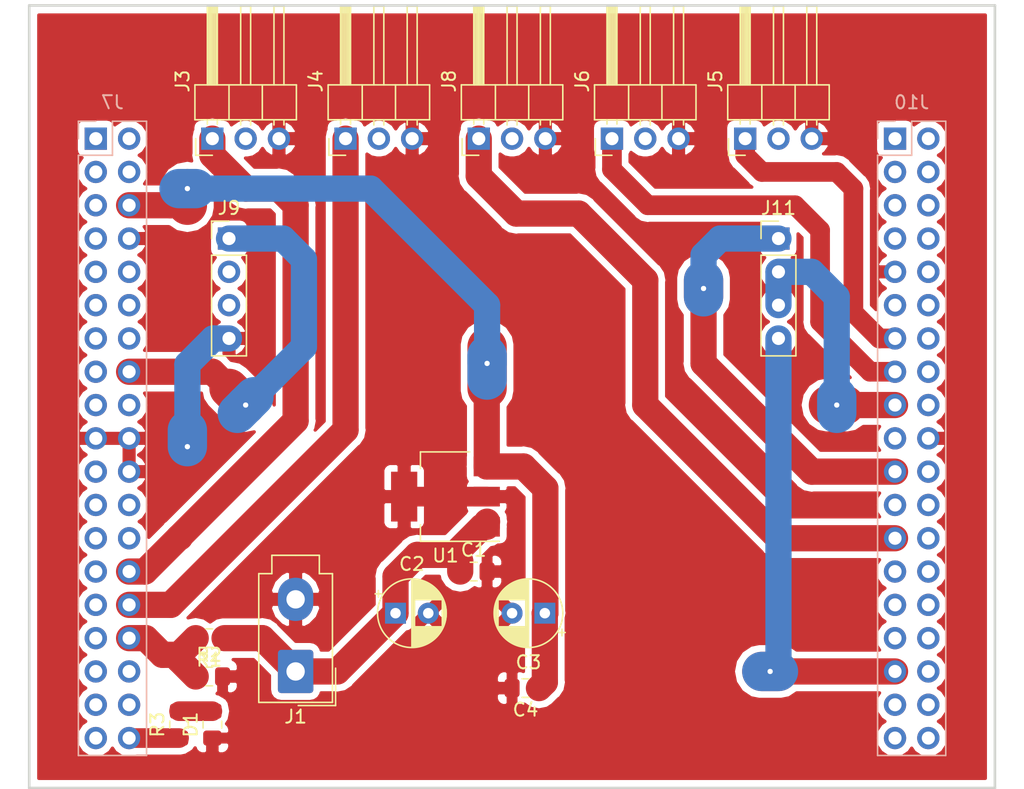
<source format=kicad_pcb>
(kicad_pcb (version 20171130) (host pcbnew "(5.0.2)-1")

  (general
    (thickness 1.6)
    (drawings 4)
    (tracks 116)
    (zones 0)
    (modules 19)
    (nets 16)
  )

  (page A4)
  (layers
    (0 F.Cu signal)
    (31 B.Cu signal)
    (32 B.Adhes user)
    (33 F.Adhes user)
    (34 B.Paste user)
    (35 F.Paste user)
    (36 B.SilkS user)
    (37 F.SilkS user)
    (38 B.Mask user)
    (39 F.Mask user)
    (40 Dwgs.User user)
    (41 Cmts.User user)
    (42 Eco1.User user)
    (43 Eco2.User user)
    (44 Edge.Cuts user)
    (45 Margin user)
    (46 B.CrtYd user)
    (47 F.CrtYd user)
    (48 B.Fab user)
    (49 F.Fab user)
  )

  (setup
    (last_trace_width 2)
    (user_trace_width 0.5)
    (user_trace_width 1)
    (user_trace_width 1.5)
    (user_trace_width 2)
    (user_trace_width 3)
    (user_trace_width 4)
    (user_trace_width 5)
    (user_trace_width 6)
    (trace_clearance 0.2)
    (zone_clearance 0.508)
    (zone_45_only no)
    (trace_min 0.2)
    (segment_width 0.2)
    (edge_width 0.15)
    (via_size 0.8)
    (via_drill 0.4)
    (via_min_size 0.4)
    (via_min_drill 0.3)
    (uvia_size 0.3)
    (uvia_drill 0.1)
    (uvias_allowed no)
    (uvia_min_size 0.2)
    (uvia_min_drill 0.1)
    (pcb_text_width 0.3)
    (pcb_text_size 1.5 1.5)
    (mod_edge_width 0.15)
    (mod_text_size 1 1)
    (mod_text_width 0.15)
    (pad_size 1.524 1.524)
    (pad_drill 0.762)
    (pad_to_mask_clearance 0.051)
    (solder_mask_min_width 0.25)
    (aux_axis_origin 0 0)
    (visible_elements 7FFFFFFF)
    (pcbplotparams
      (layerselection 0x010fc_ffffffff)
      (usegerberextensions false)
      (usegerberattributes false)
      (usegerberadvancedattributes false)
      (creategerberjobfile false)
      (excludeedgelayer true)
      (linewidth 0.100000)
      (plotframeref false)
      (viasonmask false)
      (mode 1)
      (useauxorigin false)
      (hpglpennumber 1)
      (hpglpenspeed 20)
      (hpglpendiameter 15.000000)
      (psnegative false)
      (psa4output false)
      (plotreference true)
      (plotvalue true)
      (plotinvisibletext false)
      (padsonsilk false)
      (subtractmaskfromsilk false)
      (outputformat 1)
      (mirror false)
      (drillshape 1)
      (scaleselection 1)
      (outputdirectory ""))
  )

  (net 0 "")
  (net 1 VCC)
  (net 2 +5V)
  (net 3 +3V3)
  (net 4 TIM2_CH1)
  (net 5 TIM2_CH2)
  (net 6 TIM3_CH1)
  (net 7 TIM3_CH2)
  (net 8 TIM3_CH3)
  (net 9 "Net-(D1-Pad2)")
  (net 10 USER_LED)
  (net 11 DE)
  (net 12 DI)
  (net 13 RO)
  (net 14 GND)
  (net 15 ADC)

  (net_class Default "This is the default net class."
    (clearance 0.2)
    (trace_width 0.25)
    (via_dia 0.8)
    (via_drill 0.4)
    (uvia_dia 0.3)
    (uvia_drill 0.1)
    (add_net +3V3)
    (add_net +5V)
    (add_net ADC)
    (add_net DE)
    (add_net DI)
    (add_net GND)
    (add_net "Net-(D1-Pad2)")
    (add_net RO)
    (add_net TIM2_CH1)
    (add_net TIM2_CH2)
    (add_net TIM3_CH1)
    (add_net TIM3_CH2)
    (add_net TIM3_CH3)
    (add_net USER_LED)
    (add_net VCC)
  )

  (module Connector_PinSocket_2.54mm:PinSocket_2x19_P2.54mm_Vertical (layer B.Cu) (tedit 5A19A42E) (tstamp 5D3943EA)
    (at 236.22 86.36 180)
    (descr "Through hole straight socket strip, 2x19, 2.54mm pitch, double cols (from Kicad 4.0.7), script generated")
    (tags "Through hole socket strip THT 2x19 2.54mm double row")
    (path /5D2C8A15)
    (fp_text reference J10 (at -1.27 2.77 180) (layer B.SilkS)
      (effects (font (size 1 1) (thickness 0.15)) (justify mirror))
    )
    (fp_text value Conn_02x19_Odd_Even (at -1.27 -48.49 180) (layer B.Fab)
      (effects (font (size 1 1) (thickness 0.15)) (justify mirror))
    )
    (fp_line (start -3.81 1.27) (end 0.27 1.27) (layer B.Fab) (width 0.1))
    (fp_line (start 0.27 1.27) (end 1.27 0.27) (layer B.Fab) (width 0.1))
    (fp_line (start 1.27 0.27) (end 1.27 -46.99) (layer B.Fab) (width 0.1))
    (fp_line (start 1.27 -46.99) (end -3.81 -46.99) (layer B.Fab) (width 0.1))
    (fp_line (start -3.81 -46.99) (end -3.81 1.27) (layer B.Fab) (width 0.1))
    (fp_line (start -3.87 1.33) (end -1.27 1.33) (layer B.SilkS) (width 0.12))
    (fp_line (start -3.87 1.33) (end -3.87 -47.05) (layer B.SilkS) (width 0.12))
    (fp_line (start -3.87 -47.05) (end 1.33 -47.05) (layer B.SilkS) (width 0.12))
    (fp_line (start 1.33 -1.27) (end 1.33 -47.05) (layer B.SilkS) (width 0.12))
    (fp_line (start -1.27 -1.27) (end 1.33 -1.27) (layer B.SilkS) (width 0.12))
    (fp_line (start -1.27 1.33) (end -1.27 -1.27) (layer B.SilkS) (width 0.12))
    (fp_line (start 1.33 1.33) (end 1.33 0) (layer B.SilkS) (width 0.12))
    (fp_line (start 0 1.33) (end 1.33 1.33) (layer B.SilkS) (width 0.12))
    (fp_line (start -4.34 1.8) (end 1.76 1.8) (layer B.CrtYd) (width 0.05))
    (fp_line (start 1.76 1.8) (end 1.76 -47.5) (layer B.CrtYd) (width 0.05))
    (fp_line (start 1.76 -47.5) (end -4.34 -47.5) (layer B.CrtYd) (width 0.05))
    (fp_line (start -4.34 -47.5) (end -4.34 1.8) (layer B.CrtYd) (width 0.05))
    (fp_text user %R (at -1.27 -22.86 90) (layer B.Fab)
      (effects (font (size 1 1) (thickness 0.15)) (justify mirror))
    )
    (pad 1 thru_hole rect (at 0 0 180) (size 1.7 1.7) (drill 1) (layers *.Cu *.Mask))
    (pad 2 thru_hole oval (at -2.54 0 180) (size 1.7 1.7) (drill 1) (layers *.Cu *.Mask))
    (pad 3 thru_hole oval (at 0 -2.54 180) (size 1.7 1.7) (drill 1) (layers *.Cu *.Mask))
    (pad 4 thru_hole oval (at -2.54 -2.54 180) (size 1.7 1.7) (drill 1) (layers *.Cu *.Mask))
    (pad 5 thru_hole oval (at 0 -5.08 180) (size 1.7 1.7) (drill 1) (layers *.Cu *.Mask))
    (pad 6 thru_hole oval (at -2.54 -5.08 180) (size 1.7 1.7) (drill 1) (layers *.Cu *.Mask))
    (pad 7 thru_hole oval (at 0 -7.62 180) (size 1.7 1.7) (drill 1) (layers *.Cu *.Mask))
    (pad 8 thru_hole oval (at -2.54 -7.62 180) (size 1.7 1.7) (drill 1) (layers *.Cu *.Mask))
    (pad 9 thru_hole oval (at 0 -10.16 180) (size 1.7 1.7) (drill 1) (layers *.Cu *.Mask)
      (net 14 GND))
    (pad 10 thru_hole oval (at -2.54 -10.16 180) (size 1.7 1.7) (drill 1) (layers *.Cu *.Mask))
    (pad 11 thru_hole oval (at 0 -12.7 180) (size 1.7 1.7) (drill 1) (layers *.Cu *.Mask))
    (pad 12 thru_hole oval (at -2.54 -12.7 180) (size 1.7 1.7) (drill 1) (layers *.Cu *.Mask))
    (pad 13 thru_hole oval (at 0 -15.24 180) (size 1.7 1.7) (drill 1) (layers *.Cu *.Mask)
      (net 6 TIM3_CH1))
    (pad 14 thru_hole oval (at -2.54 -15.24 180) (size 1.7 1.7) (drill 1) (layers *.Cu *.Mask))
    (pad 15 thru_hole oval (at 0 -17.78 180) (size 1.7 1.7) (drill 1) (layers *.Cu *.Mask)
      (net 7 TIM3_CH2))
    (pad 16 thru_hole oval (at -2.54 -17.78 180) (size 1.7 1.7) (drill 1) (layers *.Cu *.Mask))
    (pad 17 thru_hole oval (at 0 -20.32 180) (size 1.7 1.7) (drill 1) (layers *.Cu *.Mask)
      (net 11 DE))
    (pad 18 thru_hole oval (at -2.54 -20.32 180) (size 1.7 1.7) (drill 1) (layers *.Cu *.Mask))
    (pad 19 thru_hole oval (at 0 -22.86 180) (size 1.7 1.7) (drill 1) (layers *.Cu *.Mask))
    (pad 20 thru_hole oval (at -2.54 -22.86 180) (size 1.7 1.7) (drill 1) (layers *.Cu *.Mask)
      (net 14 GND))
    (pad 21 thru_hole oval (at 0 -25.4 180) (size 1.7 1.7) (drill 1) (layers *.Cu *.Mask)
      (net 12 DI))
    (pad 22 thru_hole oval (at -2.54 -25.4 180) (size 1.7 1.7) (drill 1) (layers *.Cu *.Mask))
    (pad 23 thru_hole oval (at 0 -27.94 180) (size 1.7 1.7) (drill 1) (layers *.Cu *.Mask))
    (pad 24 thru_hole oval (at -2.54 -27.94 180) (size 1.7 1.7) (drill 1) (layers *.Cu *.Mask))
    (pad 25 thru_hole oval (at 0 -30.48 180) (size 1.7 1.7) (drill 1) (layers *.Cu *.Mask)
      (net 8 TIM3_CH3))
    (pad 26 thru_hole oval (at -2.54 -30.48 180) (size 1.7 1.7) (drill 1) (layers *.Cu *.Mask))
    (pad 27 thru_hole oval (at 0 -33.02 180) (size 1.7 1.7) (drill 1) (layers *.Cu *.Mask))
    (pad 28 thru_hole oval (at -2.54 -33.02 180) (size 1.7 1.7) (drill 1) (layers *.Cu *.Mask))
    (pad 29 thru_hole oval (at 0 -35.56 180) (size 1.7 1.7) (drill 1) (layers *.Cu *.Mask))
    (pad 30 thru_hole oval (at -2.54 -35.56 180) (size 1.7 1.7) (drill 1) (layers *.Cu *.Mask))
    (pad 31 thru_hole oval (at 0 -38.1 180) (size 1.7 1.7) (drill 1) (layers *.Cu *.Mask))
    (pad 32 thru_hole oval (at -2.54 -38.1 180) (size 1.7 1.7) (drill 1) (layers *.Cu *.Mask))
    (pad 33 thru_hole oval (at 0 -40.64 180) (size 1.7 1.7) (drill 1) (layers *.Cu *.Mask)
      (net 13 RO))
    (pad 34 thru_hole oval (at -2.54 -40.64 180) (size 1.7 1.7) (drill 1) (layers *.Cu *.Mask))
    (pad 35 thru_hole oval (at 0 -43.18 180) (size 1.7 1.7) (drill 1) (layers *.Cu *.Mask))
    (pad 36 thru_hole oval (at -2.54 -43.18 180) (size 1.7 1.7) (drill 1) (layers *.Cu *.Mask))
    (pad 37 thru_hole oval (at 0 -45.72 180) (size 1.7 1.7) (drill 1) (layers *.Cu *.Mask))
    (pad 38 thru_hole oval (at -2.54 -45.72 180) (size 1.7 1.7) (drill 1) (layers *.Cu *.Mask))
    (model ${KISYS3DMOD}/Connector_PinSocket_2.54mm.3dshapes/PinSocket_2x19_P2.54mm_Vertical.wrl
      (at (xyz 0 0 0))
      (scale (xyz 1 1 1))
      (rotate (xyz 0 0 0))
    )
  )

  (module Capacitor_SMD:C_0805_2012Metric_Pad1.15x1.40mm_HandSolder (layer F.Cu) (tedit 5B36C52B) (tstamp 5D3937E0)
    (at 204.08 119.38)
    (descr "Capacitor SMD 0805 (2012 Metric), square (rectangular) end terminal, IPC_7351 nominal with elongated pad for handsoldering. (Body size source: https://docs.google.com/spreadsheets/d/1BsfQQcO9C6DZCsRaXUlFlo91Tg2WpOkGARC1WS5S8t0/edit?usp=sharing), generated with kicad-footprint-generator")
    (tags "capacitor handsolder")
    (path /5D2DF767)
    (attr smd)
    (fp_text reference C1 (at 0 -1.65) (layer F.SilkS)
      (effects (font (size 1 1) (thickness 0.15)))
    )
    (fp_text value 100n (at 0 1.65) (layer F.Fab)
      (effects (font (size 1 1) (thickness 0.15)))
    )
    (fp_text user %R (at 0 0) (layer F.Fab)
      (effects (font (size 0.5 0.5) (thickness 0.08)))
    )
    (fp_line (start 1.85 0.95) (end -1.85 0.95) (layer F.CrtYd) (width 0.05))
    (fp_line (start 1.85 -0.95) (end 1.85 0.95) (layer F.CrtYd) (width 0.05))
    (fp_line (start -1.85 -0.95) (end 1.85 -0.95) (layer F.CrtYd) (width 0.05))
    (fp_line (start -1.85 0.95) (end -1.85 -0.95) (layer F.CrtYd) (width 0.05))
    (fp_line (start -0.261252 0.71) (end 0.261252 0.71) (layer F.SilkS) (width 0.12))
    (fp_line (start -0.261252 -0.71) (end 0.261252 -0.71) (layer F.SilkS) (width 0.12))
    (fp_line (start 1 0.6) (end -1 0.6) (layer F.Fab) (width 0.1))
    (fp_line (start 1 -0.6) (end 1 0.6) (layer F.Fab) (width 0.1))
    (fp_line (start -1 -0.6) (end 1 -0.6) (layer F.Fab) (width 0.1))
    (fp_line (start -1 0.6) (end -1 -0.6) (layer F.Fab) (width 0.1))
    (pad 2 smd roundrect (at 1.025 0) (size 1.15 1.4) (layers F.Cu F.Paste F.Mask) (roundrect_rratio 0.217391)
      (net 14 GND))
    (pad 1 smd roundrect (at -1.025 0) (size 1.15 1.4) (layers F.Cu F.Paste F.Mask) (roundrect_rratio 0.217391)
      (net 1 VCC))
    (model ${KISYS3DMOD}/Capacitor_SMD.3dshapes/C_0805_2012Metric.wrl
      (at (xyz 0 0 0))
      (scale (xyz 1 1 1))
      (rotate (xyz 0 0 0))
    )
  )

  (module Capacitor_SMD:C_0805_2012Metric_Pad1.15x1.40mm_HandSolder (layer F.Cu) (tedit 5B36C52B) (tstamp 5D39383C)
    (at 208.035 128.27 180)
    (descr "Capacitor SMD 0805 (2012 Metric), square (rectangular) end terminal, IPC_7351 nominal with elongated pad for handsoldering. (Body size source: https://docs.google.com/spreadsheets/d/1BsfQQcO9C6DZCsRaXUlFlo91Tg2WpOkGARC1WS5S8t0/edit?usp=sharing), generated with kicad-footprint-generator")
    (tags "capacitor handsolder")
    (path /5D2DF719)
    (attr smd)
    (fp_text reference C4 (at 0 -1.65 180) (layer F.SilkS)
      (effects (font (size 1 1) (thickness 0.15)))
    )
    (fp_text value 100n (at 0 1.65 180) (layer F.Fab)
      (effects (font (size 1 1) (thickness 0.15)))
    )
    (fp_line (start -1 0.6) (end -1 -0.6) (layer F.Fab) (width 0.1))
    (fp_line (start -1 -0.6) (end 1 -0.6) (layer F.Fab) (width 0.1))
    (fp_line (start 1 -0.6) (end 1 0.6) (layer F.Fab) (width 0.1))
    (fp_line (start 1 0.6) (end -1 0.6) (layer F.Fab) (width 0.1))
    (fp_line (start -0.261252 -0.71) (end 0.261252 -0.71) (layer F.SilkS) (width 0.12))
    (fp_line (start -0.261252 0.71) (end 0.261252 0.71) (layer F.SilkS) (width 0.12))
    (fp_line (start -1.85 0.95) (end -1.85 -0.95) (layer F.CrtYd) (width 0.05))
    (fp_line (start -1.85 -0.95) (end 1.85 -0.95) (layer F.CrtYd) (width 0.05))
    (fp_line (start 1.85 -0.95) (end 1.85 0.95) (layer F.CrtYd) (width 0.05))
    (fp_line (start 1.85 0.95) (end -1.85 0.95) (layer F.CrtYd) (width 0.05))
    (fp_text user %R (at 0 0 180) (layer F.Fab)
      (effects (font (size 0.5 0.5) (thickness 0.08)))
    )
    (pad 1 smd roundrect (at -1.025 0 180) (size 1.15 1.4) (layers F.Cu F.Paste F.Mask) (roundrect_rratio 0.217391)
      (net 2 +5V))
    (pad 2 smd roundrect (at 1.025 0 180) (size 1.15 1.4) (layers F.Cu F.Paste F.Mask) (roundrect_rratio 0.217391)
      (net 14 GND))
    (model ${KISYS3DMOD}/Capacitor_SMD.3dshapes/C_0805_2012Metric.wrl
      (at (xyz 0 0 0))
      (scale (xyz 1 1 1))
      (rotate (xyz 0 0 0))
    )
  )

  (module Connector_Molex:Molex_Mini-Fit_Jr_5566-02A_2x01_P4.20mm_Vertical (layer F.Cu) (tedit 5B781992) (tstamp 5D393866)
    (at 190.5 127 180)
    (descr "Molex Mini-Fit Jr. Power Connectors, old mpn/engineering number: 5566-02A, example for new mpn: 39-28-x02x, 1 Pins per row, Mounting:  (http://www.molex.com/pdm_docs/sd/039281043_sd.pdf), generated with kicad-footprint-generator")
    (tags "connector Molex Mini-Fit_Jr side entry")
    (path /5D2EF452)
    (fp_text reference J1 (at 0 -3.45 180) (layer F.SilkS)
      (effects (font (size 1 1) (thickness 0.15)))
    )
    (fp_text value Vin (at 0 9.95 180) (layer F.Fab)
      (effects (font (size 1 1) (thickness 0.15)))
    )
    (fp_line (start -2.7 -2.25) (end -2.7 7.35) (layer F.Fab) (width 0.1))
    (fp_line (start -2.7 7.35) (end 2.7 7.35) (layer F.Fab) (width 0.1))
    (fp_line (start 2.7 7.35) (end 2.7 -2.25) (layer F.Fab) (width 0.1))
    (fp_line (start 2.7 -2.25) (end -2.7 -2.25) (layer F.Fab) (width 0.1))
    (fp_line (start -1.7 7.35) (end -1.7 8.75) (layer F.Fab) (width 0.1))
    (fp_line (start -1.7 8.75) (end 1.7 8.75) (layer F.Fab) (width 0.1))
    (fp_line (start 1.7 8.75) (end 1.7 7.35) (layer F.Fab) (width 0.1))
    (fp_line (start -1.65 -1) (end -1.65 2.3) (layer F.Fab) (width 0.1))
    (fp_line (start -1.65 2.3) (end 1.65 2.3) (layer F.Fab) (width 0.1))
    (fp_line (start 1.65 2.3) (end 1.65 -1) (layer F.Fab) (width 0.1))
    (fp_line (start 1.65 -1) (end -1.65 -1) (layer F.Fab) (width 0.1))
    (fp_line (start -1.65 6.5) (end -1.65 4.025) (layer F.Fab) (width 0.1))
    (fp_line (start -1.65 4.025) (end -0.825 3.2) (layer F.Fab) (width 0.1))
    (fp_line (start -0.825 3.2) (end 0.825 3.2) (layer F.Fab) (width 0.1))
    (fp_line (start 0.825 3.2) (end 1.65 4.025) (layer F.Fab) (width 0.1))
    (fp_line (start 1.65 4.025) (end 1.65 6.5) (layer F.Fab) (width 0.1))
    (fp_line (start 1.65 6.5) (end -1.65 6.5) (layer F.Fab) (width 0.1))
    (fp_line (start 0 -2.36) (end -2.81 -2.36) (layer F.SilkS) (width 0.12))
    (fp_line (start -2.81 -2.36) (end -2.81 7.46) (layer F.SilkS) (width 0.12))
    (fp_line (start -2.81 7.46) (end -1.81 7.46) (layer F.SilkS) (width 0.12))
    (fp_line (start -1.81 7.46) (end -1.81 8.86) (layer F.SilkS) (width 0.12))
    (fp_line (start -1.81 8.86) (end 0 8.86) (layer F.SilkS) (width 0.12))
    (fp_line (start 0 -2.36) (end 2.81 -2.36) (layer F.SilkS) (width 0.12))
    (fp_line (start 2.81 -2.36) (end 2.81 7.46) (layer F.SilkS) (width 0.12))
    (fp_line (start 2.81 7.46) (end 1.81 7.46) (layer F.SilkS) (width 0.12))
    (fp_line (start 1.81 7.46) (end 1.81 8.86) (layer F.SilkS) (width 0.12))
    (fp_line (start 1.81 8.86) (end 0 8.86) (layer F.SilkS) (width 0.12))
    (fp_line (start -0.2 -2.6) (end -3.05 -2.6) (layer F.SilkS) (width 0.12))
    (fp_line (start -3.05 -2.6) (end -3.05 0.25) (layer F.SilkS) (width 0.12))
    (fp_line (start -0.2 -2.6) (end -3.05 -2.6) (layer F.Fab) (width 0.1))
    (fp_line (start -3.05 -2.6) (end -3.05 0.25) (layer F.Fab) (width 0.1))
    (fp_line (start -3.2 -2.75) (end -3.2 9.25) (layer F.CrtYd) (width 0.05))
    (fp_line (start -3.2 9.25) (end 3.2 9.25) (layer F.CrtYd) (width 0.05))
    (fp_line (start 3.2 9.25) (end 3.2 -2.75) (layer F.CrtYd) (width 0.05))
    (fp_line (start 3.2 -2.75) (end -3.2 -2.75) (layer F.CrtYd) (width 0.05))
    (fp_text user %R (at 0 -1.55 180) (layer F.Fab)
      (effects (font (size 1 1) (thickness 0.15)))
    )
    (pad 1 thru_hole roundrect (at 0 0 180) (size 2.7 3.3) (drill 1.4) (layers *.Cu *.Mask) (roundrect_rratio 0.09259299999999999)
      (net 1 VCC))
    (pad 2 thru_hole oval (at 0 5.5 180) (size 2.7 3.3) (drill 1.4) (layers *.Cu *.Mask)
      (net 14 GND))
    (model ${KISYS3DMOD}/Connector_Molex.3dshapes/Molex_Mini-Fit_Jr_5566-02A_2x01_P4.20mm_Vertical.wrl
      (at (xyz 0 0 0))
      (scale (xyz 1 1 1))
      (rotate (xyz 0 0 0))
    )
  )

  (module Connector_PinSocket_2.54mm:PinSocket_2x19_P2.54mm_Vertical (layer B.Cu) (tedit 5A19A42E) (tstamp 5D3943AF)
    (at 175.26 86.36 180)
    (descr "Through hole straight socket strip, 2x19, 2.54mm pitch, double cols (from Kicad 4.0.7), script generated")
    (tags "Through hole socket strip THT 2x19 2.54mm double row")
    (path /5D2C9268)
    (fp_text reference J7 (at -1.27 2.77 180) (layer B.SilkS)
      (effects (font (size 1 1) (thickness 0.15)) (justify mirror))
    )
    (fp_text value Conn_02x19_Odd_Even (at -1.27 -48.49 180) (layer B.Fab)
      (effects (font (size 1 1) (thickness 0.15)) (justify mirror))
    )
    (fp_text user %R (at -1.27 -22.86 90) (layer B.Fab)
      (effects (font (size 1 1) (thickness 0.15)) (justify mirror))
    )
    (fp_line (start -4.34 -47.5) (end -4.34 1.8) (layer B.CrtYd) (width 0.05))
    (fp_line (start 1.76 -47.5) (end -4.34 -47.5) (layer B.CrtYd) (width 0.05))
    (fp_line (start 1.76 1.8) (end 1.76 -47.5) (layer B.CrtYd) (width 0.05))
    (fp_line (start -4.34 1.8) (end 1.76 1.8) (layer B.CrtYd) (width 0.05))
    (fp_line (start 0 1.33) (end 1.33 1.33) (layer B.SilkS) (width 0.12))
    (fp_line (start 1.33 1.33) (end 1.33 0) (layer B.SilkS) (width 0.12))
    (fp_line (start -1.27 1.33) (end -1.27 -1.27) (layer B.SilkS) (width 0.12))
    (fp_line (start -1.27 -1.27) (end 1.33 -1.27) (layer B.SilkS) (width 0.12))
    (fp_line (start 1.33 -1.27) (end 1.33 -47.05) (layer B.SilkS) (width 0.12))
    (fp_line (start -3.87 -47.05) (end 1.33 -47.05) (layer B.SilkS) (width 0.12))
    (fp_line (start -3.87 1.33) (end -3.87 -47.05) (layer B.SilkS) (width 0.12))
    (fp_line (start -3.87 1.33) (end -1.27 1.33) (layer B.SilkS) (width 0.12))
    (fp_line (start -3.81 -46.99) (end -3.81 1.27) (layer B.Fab) (width 0.1))
    (fp_line (start 1.27 -46.99) (end -3.81 -46.99) (layer B.Fab) (width 0.1))
    (fp_line (start 1.27 0.27) (end 1.27 -46.99) (layer B.Fab) (width 0.1))
    (fp_line (start 0.27 1.27) (end 1.27 0.27) (layer B.Fab) (width 0.1))
    (fp_line (start -3.81 1.27) (end 0.27 1.27) (layer B.Fab) (width 0.1))
    (pad 38 thru_hole oval (at -2.54 -45.72 180) (size 1.7 1.7) (drill 1) (layers *.Cu *.Mask)
      (net 10 USER_LED))
    (pad 37 thru_hole oval (at 0 -45.72 180) (size 1.7 1.7) (drill 1) (layers *.Cu *.Mask))
    (pad 36 thru_hole oval (at -2.54 -43.18 180) (size 1.7 1.7) (drill 1) (layers *.Cu *.Mask))
    (pad 35 thru_hole oval (at 0 -43.18 180) (size 1.7 1.7) (drill 1) (layers *.Cu *.Mask))
    (pad 34 thru_hole oval (at -2.54 -40.64 180) (size 1.7 1.7) (drill 1) (layers *.Cu *.Mask))
    (pad 33 thru_hole oval (at 0 -40.64 180) (size 1.7 1.7) (drill 1) (layers *.Cu *.Mask))
    (pad 32 thru_hole oval (at -2.54 -38.1 180) (size 1.7 1.7) (drill 1) (layers *.Cu *.Mask)
      (net 15 ADC))
    (pad 31 thru_hole oval (at 0 -38.1 180) (size 1.7 1.7) (drill 1) (layers *.Cu *.Mask))
    (pad 30 thru_hole oval (at -2.54 -35.56 180) (size 1.7 1.7) (drill 1) (layers *.Cu *.Mask)
      (net 5 TIM2_CH2))
    (pad 29 thru_hole oval (at 0 -35.56 180) (size 1.7 1.7) (drill 1) (layers *.Cu *.Mask))
    (pad 28 thru_hole oval (at -2.54 -33.02 180) (size 1.7 1.7) (drill 1) (layers *.Cu *.Mask)
      (net 4 TIM2_CH1))
    (pad 27 thru_hole oval (at 0 -33.02 180) (size 1.7 1.7) (drill 1) (layers *.Cu *.Mask))
    (pad 26 thru_hole oval (at -2.54 -30.48 180) (size 1.7 1.7) (drill 1) (layers *.Cu *.Mask))
    (pad 25 thru_hole oval (at 0 -30.48 180) (size 1.7 1.7) (drill 1) (layers *.Cu *.Mask))
    (pad 24 thru_hole oval (at -2.54 -27.94 180) (size 1.7 1.7) (drill 1) (layers *.Cu *.Mask))
    (pad 23 thru_hole oval (at 0 -27.94 180) (size 1.7 1.7) (drill 1) (layers *.Cu *.Mask))
    (pad 22 thru_hole oval (at -2.54 -25.4 180) (size 1.7 1.7) (drill 1) (layers *.Cu *.Mask)
      (net 14 GND))
    (pad 21 thru_hole oval (at 0 -25.4 180) (size 1.7 1.7) (drill 1) (layers *.Cu *.Mask))
    (pad 20 thru_hole oval (at -2.54 -22.86 180) (size 1.7 1.7) (drill 1) (layers *.Cu *.Mask)
      (net 14 GND))
    (pad 19 thru_hole oval (at 0 -22.86 180) (size 1.7 1.7) (drill 1) (layers *.Cu *.Mask)
      (net 14 GND))
    (pad 18 thru_hole oval (at -2.54 -20.32 180) (size 1.7 1.7) (drill 1) (layers *.Cu *.Mask))
    (pad 17 thru_hole oval (at 0 -20.32 180) (size 1.7 1.7) (drill 1) (layers *.Cu *.Mask))
    (pad 16 thru_hole oval (at -2.54 -17.78 180) (size 1.7 1.7) (drill 1) (layers *.Cu *.Mask)
      (net 3 +3V3))
    (pad 15 thru_hole oval (at 0 -17.78 180) (size 1.7 1.7) (drill 1) (layers *.Cu *.Mask))
    (pad 14 thru_hole oval (at -2.54 -15.24 180) (size 1.7 1.7) (drill 1) (layers *.Cu *.Mask))
    (pad 13 thru_hole oval (at 0 -15.24 180) (size 1.7 1.7) (drill 1) (layers *.Cu *.Mask))
    (pad 12 thru_hole oval (at -2.54 -12.7 180) (size 1.7 1.7) (drill 1) (layers *.Cu *.Mask))
    (pad 11 thru_hole oval (at 0 -12.7 180) (size 1.7 1.7) (drill 1) (layers *.Cu *.Mask))
    (pad 10 thru_hole oval (at -2.54 -10.16 180) (size 1.7 1.7) (drill 1) (layers *.Cu *.Mask))
    (pad 9 thru_hole oval (at 0 -10.16 180) (size 1.7 1.7) (drill 1) (layers *.Cu *.Mask))
    (pad 8 thru_hole oval (at -2.54 -7.62 180) (size 1.7 1.7) (drill 1) (layers *.Cu *.Mask)
      (net 14 GND))
    (pad 7 thru_hole oval (at 0 -7.62 180) (size 1.7 1.7) (drill 1) (layers *.Cu *.Mask))
    (pad 6 thru_hole oval (at -2.54 -5.08 180) (size 1.7 1.7) (drill 1) (layers *.Cu *.Mask)
      (net 2 +5V))
    (pad 5 thru_hole oval (at 0 -5.08 180) (size 1.7 1.7) (drill 1) (layers *.Cu *.Mask))
    (pad 4 thru_hole oval (at -2.54 -2.54 180) (size 1.7 1.7) (drill 1) (layers *.Cu *.Mask))
    (pad 3 thru_hole oval (at 0 -2.54 180) (size 1.7 1.7) (drill 1) (layers *.Cu *.Mask))
    (pad 2 thru_hole oval (at -2.54 0 180) (size 1.7 1.7) (drill 1) (layers *.Cu *.Mask))
    (pad 1 thru_hole rect (at 0 0 180) (size 1.7 1.7) (drill 1) (layers *.Cu *.Mask))
    (model ${KISYS3DMOD}/Connector_PinSocket_2.54mm.3dshapes/PinSocket_2x19_P2.54mm_Vertical.wrl
      (at (xyz 0 0 0))
      (scale (xyz 1 1 1))
      (rotate (xyz 0 0 0))
    )
  )

  (module Package_TO_SOT_SMD:SOT-223-3_TabPin2 (layer F.Cu) (tedit 5A02FF57) (tstamp 5D394FD9)
    (at 201.93 113.665 180)
    (descr "module CMS SOT223 4 pins")
    (tags "CMS SOT")
    (path /5D2DACBB)
    (attr smd)
    (fp_text reference U1 (at 0 -4.5 180) (layer F.SilkS)
      (effects (font (size 1 1) (thickness 0.15)))
    )
    (fp_text value L7805 (at 0 4.5 180) (layer F.Fab)
      (effects (font (size 1 1) (thickness 0.15)))
    )
    (fp_text user %R (at 0 0 270) (layer F.Fab)
      (effects (font (size 0.8 0.8) (thickness 0.12)))
    )
    (fp_line (start 1.91 3.41) (end 1.91 2.15) (layer F.SilkS) (width 0.12))
    (fp_line (start 1.91 -3.41) (end 1.91 -2.15) (layer F.SilkS) (width 0.12))
    (fp_line (start 4.4 -3.6) (end -4.4 -3.6) (layer F.CrtYd) (width 0.05))
    (fp_line (start 4.4 3.6) (end 4.4 -3.6) (layer F.CrtYd) (width 0.05))
    (fp_line (start -4.4 3.6) (end 4.4 3.6) (layer F.CrtYd) (width 0.05))
    (fp_line (start -4.4 -3.6) (end -4.4 3.6) (layer F.CrtYd) (width 0.05))
    (fp_line (start -1.85 -2.35) (end -0.85 -3.35) (layer F.Fab) (width 0.1))
    (fp_line (start -1.85 -2.35) (end -1.85 3.35) (layer F.Fab) (width 0.1))
    (fp_line (start -1.85 3.41) (end 1.91 3.41) (layer F.SilkS) (width 0.12))
    (fp_line (start -0.85 -3.35) (end 1.85 -3.35) (layer F.Fab) (width 0.1))
    (fp_line (start -4.1 -3.41) (end 1.91 -3.41) (layer F.SilkS) (width 0.12))
    (fp_line (start -1.85 3.35) (end 1.85 3.35) (layer F.Fab) (width 0.1))
    (fp_line (start 1.85 -3.35) (end 1.85 3.35) (layer F.Fab) (width 0.1))
    (pad 2 smd rect (at 3.15 0 180) (size 2 3.8) (layers F.Cu F.Paste F.Mask)
      (net 14 GND))
    (pad 2 smd rect (at -3.15 0 180) (size 2 1.5) (layers F.Cu F.Paste F.Mask)
      (net 14 GND))
    (pad 3 smd rect (at -3.15 2.3 180) (size 2 1.5) (layers F.Cu F.Paste F.Mask)
      (net 2 +5V))
    (pad 1 smd rect (at -3.15 -2.3 180) (size 2 1.5) (layers F.Cu F.Paste F.Mask)
      (net 1 VCC))
    (model ${KISYS3DMOD}/Package_TO_SOT_SMD.3dshapes/SOT-223.wrl
      (at (xyz 0 0 0))
      (scale (xyz 1 1 1))
      (rotate (xyz 0 0 0))
    )
  )

  (module Connector_PinHeader_2.54mm:PinHeader_1x03_P2.54mm_Horizontal (layer F.Cu) (tedit 59FED5CB) (tstamp 5D3943E4)
    (at 184.15 86.36 90)
    (descr "Through hole angled pin header, 1x03, 2.54mm pitch, 6mm pin length, single row")
    (tags "Through hole angled pin header THT 1x03 2.54mm single row")
    (path /5D2F1AD0)
    (fp_text reference J3 (at 4.385 -2.27 90) (layer F.SilkS)
      (effects (font (size 1 1) (thickness 0.15)))
    )
    (fp_text value Conn_01x03 (at 4.385 7.35 90) (layer F.Fab)
      (effects (font (size 1 1) (thickness 0.15)))
    )
    (fp_line (start 2.135 -1.27) (end 4.04 -1.27) (layer F.Fab) (width 0.1))
    (fp_line (start 4.04 -1.27) (end 4.04 6.35) (layer F.Fab) (width 0.1))
    (fp_line (start 4.04 6.35) (end 1.5 6.35) (layer F.Fab) (width 0.1))
    (fp_line (start 1.5 6.35) (end 1.5 -0.635) (layer F.Fab) (width 0.1))
    (fp_line (start 1.5 -0.635) (end 2.135 -1.27) (layer F.Fab) (width 0.1))
    (fp_line (start -0.32 -0.32) (end 1.5 -0.32) (layer F.Fab) (width 0.1))
    (fp_line (start -0.32 -0.32) (end -0.32 0.32) (layer F.Fab) (width 0.1))
    (fp_line (start -0.32 0.32) (end 1.5 0.32) (layer F.Fab) (width 0.1))
    (fp_line (start 4.04 -0.32) (end 10.04 -0.32) (layer F.Fab) (width 0.1))
    (fp_line (start 10.04 -0.32) (end 10.04 0.32) (layer F.Fab) (width 0.1))
    (fp_line (start 4.04 0.32) (end 10.04 0.32) (layer F.Fab) (width 0.1))
    (fp_line (start -0.32 2.22) (end 1.5 2.22) (layer F.Fab) (width 0.1))
    (fp_line (start -0.32 2.22) (end -0.32 2.86) (layer F.Fab) (width 0.1))
    (fp_line (start -0.32 2.86) (end 1.5 2.86) (layer F.Fab) (width 0.1))
    (fp_line (start 4.04 2.22) (end 10.04 2.22) (layer F.Fab) (width 0.1))
    (fp_line (start 10.04 2.22) (end 10.04 2.86) (layer F.Fab) (width 0.1))
    (fp_line (start 4.04 2.86) (end 10.04 2.86) (layer F.Fab) (width 0.1))
    (fp_line (start -0.32 4.76) (end 1.5 4.76) (layer F.Fab) (width 0.1))
    (fp_line (start -0.32 4.76) (end -0.32 5.4) (layer F.Fab) (width 0.1))
    (fp_line (start -0.32 5.4) (end 1.5 5.4) (layer F.Fab) (width 0.1))
    (fp_line (start 4.04 4.76) (end 10.04 4.76) (layer F.Fab) (width 0.1))
    (fp_line (start 10.04 4.76) (end 10.04 5.4) (layer F.Fab) (width 0.1))
    (fp_line (start 4.04 5.4) (end 10.04 5.4) (layer F.Fab) (width 0.1))
    (fp_line (start 1.44 -1.33) (end 1.44 6.41) (layer F.SilkS) (width 0.12))
    (fp_line (start 1.44 6.41) (end 4.1 6.41) (layer F.SilkS) (width 0.12))
    (fp_line (start 4.1 6.41) (end 4.1 -1.33) (layer F.SilkS) (width 0.12))
    (fp_line (start 4.1 -1.33) (end 1.44 -1.33) (layer F.SilkS) (width 0.12))
    (fp_line (start 4.1 -0.38) (end 10.1 -0.38) (layer F.SilkS) (width 0.12))
    (fp_line (start 10.1 -0.38) (end 10.1 0.38) (layer F.SilkS) (width 0.12))
    (fp_line (start 10.1 0.38) (end 4.1 0.38) (layer F.SilkS) (width 0.12))
    (fp_line (start 4.1 -0.32) (end 10.1 -0.32) (layer F.SilkS) (width 0.12))
    (fp_line (start 4.1 -0.2) (end 10.1 -0.2) (layer F.SilkS) (width 0.12))
    (fp_line (start 4.1 -0.08) (end 10.1 -0.08) (layer F.SilkS) (width 0.12))
    (fp_line (start 4.1 0.04) (end 10.1 0.04) (layer F.SilkS) (width 0.12))
    (fp_line (start 4.1 0.16) (end 10.1 0.16) (layer F.SilkS) (width 0.12))
    (fp_line (start 4.1 0.28) (end 10.1 0.28) (layer F.SilkS) (width 0.12))
    (fp_line (start 1.11 -0.38) (end 1.44 -0.38) (layer F.SilkS) (width 0.12))
    (fp_line (start 1.11 0.38) (end 1.44 0.38) (layer F.SilkS) (width 0.12))
    (fp_line (start 1.44 1.27) (end 4.1 1.27) (layer F.SilkS) (width 0.12))
    (fp_line (start 4.1 2.16) (end 10.1 2.16) (layer F.SilkS) (width 0.12))
    (fp_line (start 10.1 2.16) (end 10.1 2.92) (layer F.SilkS) (width 0.12))
    (fp_line (start 10.1 2.92) (end 4.1 2.92) (layer F.SilkS) (width 0.12))
    (fp_line (start 1.042929 2.16) (end 1.44 2.16) (layer F.SilkS) (width 0.12))
    (fp_line (start 1.042929 2.92) (end 1.44 2.92) (layer F.SilkS) (width 0.12))
    (fp_line (start 1.44 3.81) (end 4.1 3.81) (layer F.SilkS) (width 0.12))
    (fp_line (start 4.1 4.7) (end 10.1 4.7) (layer F.SilkS) (width 0.12))
    (fp_line (start 10.1 4.7) (end 10.1 5.46) (layer F.SilkS) (width 0.12))
    (fp_line (start 10.1 5.46) (end 4.1 5.46) (layer F.SilkS) (width 0.12))
    (fp_line (start 1.042929 4.7) (end 1.44 4.7) (layer F.SilkS) (width 0.12))
    (fp_line (start 1.042929 5.46) (end 1.44 5.46) (layer F.SilkS) (width 0.12))
    (fp_line (start -1.27 0) (end -1.27 -1.27) (layer F.SilkS) (width 0.12))
    (fp_line (start -1.27 -1.27) (end 0 -1.27) (layer F.SilkS) (width 0.12))
    (fp_line (start -1.8 -1.8) (end -1.8 6.85) (layer F.CrtYd) (width 0.05))
    (fp_line (start -1.8 6.85) (end 10.55 6.85) (layer F.CrtYd) (width 0.05))
    (fp_line (start 10.55 6.85) (end 10.55 -1.8) (layer F.CrtYd) (width 0.05))
    (fp_line (start 10.55 -1.8) (end -1.8 -1.8) (layer F.CrtYd) (width 0.05))
    (fp_text user %R (at 2.77 2.54 180) (layer F.Fab)
      (effects (font (size 1 1) (thickness 0.15)))
    )
    (pad 1 thru_hole rect (at 0 0 90) (size 1.7 1.7) (drill 1) (layers *.Cu *.Mask)
      (net 4 TIM2_CH1))
    (pad 2 thru_hole oval (at 0 2.54 90) (size 1.7 1.7) (drill 1) (layers *.Cu *.Mask))
    (pad 3 thru_hole oval (at 0 5.08 90) (size 1.7 1.7) (drill 1) (layers *.Cu *.Mask)
      (net 14 GND))
    (model ${KISYS3DMOD}/Connector_PinHeader_2.54mm.3dshapes/PinHeader_1x03_P2.54mm_Horizontal.wrl
      (at (xyz 0 0 0))
      (scale (xyz 1 1 1))
      (rotate (xyz 0 0 0))
    )
  )

  (module Connector_PinHeader_2.54mm:PinHeader_1x03_P2.54mm_Horizontal (layer F.Cu) (tedit 59FED5CB) (tstamp 5D3944A1)
    (at 194.31 86.36 90)
    (descr "Through hole angled pin header, 1x03, 2.54mm pitch, 6mm pin length, single row")
    (tags "Through hole angled pin header THT 1x03 2.54mm single row")
    (path /5D2F44D4)
    (fp_text reference J4 (at 4.385 -2.27 90) (layer F.SilkS)
      (effects (font (size 1 1) (thickness 0.15)))
    )
    (fp_text value Conn_01x03 (at 4.385 7.35 90) (layer F.Fab)
      (effects (font (size 1 1) (thickness 0.15)))
    )
    (fp_text user %R (at 2.77 2.54 180) (layer F.Fab)
      (effects (font (size 1 1) (thickness 0.15)))
    )
    (fp_line (start 10.55 -1.8) (end -1.8 -1.8) (layer F.CrtYd) (width 0.05))
    (fp_line (start 10.55 6.85) (end 10.55 -1.8) (layer F.CrtYd) (width 0.05))
    (fp_line (start -1.8 6.85) (end 10.55 6.85) (layer F.CrtYd) (width 0.05))
    (fp_line (start -1.8 -1.8) (end -1.8 6.85) (layer F.CrtYd) (width 0.05))
    (fp_line (start -1.27 -1.27) (end 0 -1.27) (layer F.SilkS) (width 0.12))
    (fp_line (start -1.27 0) (end -1.27 -1.27) (layer F.SilkS) (width 0.12))
    (fp_line (start 1.042929 5.46) (end 1.44 5.46) (layer F.SilkS) (width 0.12))
    (fp_line (start 1.042929 4.7) (end 1.44 4.7) (layer F.SilkS) (width 0.12))
    (fp_line (start 10.1 5.46) (end 4.1 5.46) (layer F.SilkS) (width 0.12))
    (fp_line (start 10.1 4.7) (end 10.1 5.46) (layer F.SilkS) (width 0.12))
    (fp_line (start 4.1 4.7) (end 10.1 4.7) (layer F.SilkS) (width 0.12))
    (fp_line (start 1.44 3.81) (end 4.1 3.81) (layer F.SilkS) (width 0.12))
    (fp_line (start 1.042929 2.92) (end 1.44 2.92) (layer F.SilkS) (width 0.12))
    (fp_line (start 1.042929 2.16) (end 1.44 2.16) (layer F.SilkS) (width 0.12))
    (fp_line (start 10.1 2.92) (end 4.1 2.92) (layer F.SilkS) (width 0.12))
    (fp_line (start 10.1 2.16) (end 10.1 2.92) (layer F.SilkS) (width 0.12))
    (fp_line (start 4.1 2.16) (end 10.1 2.16) (layer F.SilkS) (width 0.12))
    (fp_line (start 1.44 1.27) (end 4.1 1.27) (layer F.SilkS) (width 0.12))
    (fp_line (start 1.11 0.38) (end 1.44 0.38) (layer F.SilkS) (width 0.12))
    (fp_line (start 1.11 -0.38) (end 1.44 -0.38) (layer F.SilkS) (width 0.12))
    (fp_line (start 4.1 0.28) (end 10.1 0.28) (layer F.SilkS) (width 0.12))
    (fp_line (start 4.1 0.16) (end 10.1 0.16) (layer F.SilkS) (width 0.12))
    (fp_line (start 4.1 0.04) (end 10.1 0.04) (layer F.SilkS) (width 0.12))
    (fp_line (start 4.1 -0.08) (end 10.1 -0.08) (layer F.SilkS) (width 0.12))
    (fp_line (start 4.1 -0.2) (end 10.1 -0.2) (layer F.SilkS) (width 0.12))
    (fp_line (start 4.1 -0.32) (end 10.1 -0.32) (layer F.SilkS) (width 0.12))
    (fp_line (start 10.1 0.38) (end 4.1 0.38) (layer F.SilkS) (width 0.12))
    (fp_line (start 10.1 -0.38) (end 10.1 0.38) (layer F.SilkS) (width 0.12))
    (fp_line (start 4.1 -0.38) (end 10.1 -0.38) (layer F.SilkS) (width 0.12))
    (fp_line (start 4.1 -1.33) (end 1.44 -1.33) (layer F.SilkS) (width 0.12))
    (fp_line (start 4.1 6.41) (end 4.1 -1.33) (layer F.SilkS) (width 0.12))
    (fp_line (start 1.44 6.41) (end 4.1 6.41) (layer F.SilkS) (width 0.12))
    (fp_line (start 1.44 -1.33) (end 1.44 6.41) (layer F.SilkS) (width 0.12))
    (fp_line (start 4.04 5.4) (end 10.04 5.4) (layer F.Fab) (width 0.1))
    (fp_line (start 10.04 4.76) (end 10.04 5.4) (layer F.Fab) (width 0.1))
    (fp_line (start 4.04 4.76) (end 10.04 4.76) (layer F.Fab) (width 0.1))
    (fp_line (start -0.32 5.4) (end 1.5 5.4) (layer F.Fab) (width 0.1))
    (fp_line (start -0.32 4.76) (end -0.32 5.4) (layer F.Fab) (width 0.1))
    (fp_line (start -0.32 4.76) (end 1.5 4.76) (layer F.Fab) (width 0.1))
    (fp_line (start 4.04 2.86) (end 10.04 2.86) (layer F.Fab) (width 0.1))
    (fp_line (start 10.04 2.22) (end 10.04 2.86) (layer F.Fab) (width 0.1))
    (fp_line (start 4.04 2.22) (end 10.04 2.22) (layer F.Fab) (width 0.1))
    (fp_line (start -0.32 2.86) (end 1.5 2.86) (layer F.Fab) (width 0.1))
    (fp_line (start -0.32 2.22) (end -0.32 2.86) (layer F.Fab) (width 0.1))
    (fp_line (start -0.32 2.22) (end 1.5 2.22) (layer F.Fab) (width 0.1))
    (fp_line (start 4.04 0.32) (end 10.04 0.32) (layer F.Fab) (width 0.1))
    (fp_line (start 10.04 -0.32) (end 10.04 0.32) (layer F.Fab) (width 0.1))
    (fp_line (start 4.04 -0.32) (end 10.04 -0.32) (layer F.Fab) (width 0.1))
    (fp_line (start -0.32 0.32) (end 1.5 0.32) (layer F.Fab) (width 0.1))
    (fp_line (start -0.32 -0.32) (end -0.32 0.32) (layer F.Fab) (width 0.1))
    (fp_line (start -0.32 -0.32) (end 1.5 -0.32) (layer F.Fab) (width 0.1))
    (fp_line (start 1.5 -0.635) (end 2.135 -1.27) (layer F.Fab) (width 0.1))
    (fp_line (start 1.5 6.35) (end 1.5 -0.635) (layer F.Fab) (width 0.1))
    (fp_line (start 4.04 6.35) (end 1.5 6.35) (layer F.Fab) (width 0.1))
    (fp_line (start 4.04 -1.27) (end 4.04 6.35) (layer F.Fab) (width 0.1))
    (fp_line (start 2.135 -1.27) (end 4.04 -1.27) (layer F.Fab) (width 0.1))
    (pad 3 thru_hole oval (at 0 5.08 90) (size 1.7 1.7) (drill 1) (layers *.Cu *.Mask)
      (net 14 GND))
    (pad 2 thru_hole oval (at 0 2.54 90) (size 1.7 1.7) (drill 1) (layers *.Cu *.Mask))
    (pad 1 thru_hole rect (at 0 0 90) (size 1.7 1.7) (drill 1) (layers *.Cu *.Mask)
      (net 5 TIM2_CH2))
    (model ${KISYS3DMOD}/Connector_PinHeader_2.54mm.3dshapes/PinHeader_1x03_P2.54mm_Horizontal.wrl
      (at (xyz 0 0 0))
      (scale (xyz 1 1 1))
      (rotate (xyz 0 0 0))
    )
  )

  (module Connector_PinHeader_2.54mm:PinHeader_1x03_P2.54mm_Horizontal (layer F.Cu) (tedit 59FED5CB) (tstamp 5D39455E)
    (at 224.79 86.36 90)
    (descr "Through hole angled pin header, 1x03, 2.54mm pitch, 6mm pin length, single row")
    (tags "Through hole angled pin header THT 1x03 2.54mm single row")
    (path /5D2F71D1)
    (fp_text reference J5 (at 4.385 -2.27 90) (layer F.SilkS)
      (effects (font (size 1 1) (thickness 0.15)))
    )
    (fp_text value Conn_01x03 (at 4.385 7.35 90) (layer F.Fab)
      (effects (font (size 1 1) (thickness 0.15)))
    )
    (fp_line (start 2.135 -1.27) (end 4.04 -1.27) (layer F.Fab) (width 0.1))
    (fp_line (start 4.04 -1.27) (end 4.04 6.35) (layer F.Fab) (width 0.1))
    (fp_line (start 4.04 6.35) (end 1.5 6.35) (layer F.Fab) (width 0.1))
    (fp_line (start 1.5 6.35) (end 1.5 -0.635) (layer F.Fab) (width 0.1))
    (fp_line (start 1.5 -0.635) (end 2.135 -1.27) (layer F.Fab) (width 0.1))
    (fp_line (start -0.32 -0.32) (end 1.5 -0.32) (layer F.Fab) (width 0.1))
    (fp_line (start -0.32 -0.32) (end -0.32 0.32) (layer F.Fab) (width 0.1))
    (fp_line (start -0.32 0.32) (end 1.5 0.32) (layer F.Fab) (width 0.1))
    (fp_line (start 4.04 -0.32) (end 10.04 -0.32) (layer F.Fab) (width 0.1))
    (fp_line (start 10.04 -0.32) (end 10.04 0.32) (layer F.Fab) (width 0.1))
    (fp_line (start 4.04 0.32) (end 10.04 0.32) (layer F.Fab) (width 0.1))
    (fp_line (start -0.32 2.22) (end 1.5 2.22) (layer F.Fab) (width 0.1))
    (fp_line (start -0.32 2.22) (end -0.32 2.86) (layer F.Fab) (width 0.1))
    (fp_line (start -0.32 2.86) (end 1.5 2.86) (layer F.Fab) (width 0.1))
    (fp_line (start 4.04 2.22) (end 10.04 2.22) (layer F.Fab) (width 0.1))
    (fp_line (start 10.04 2.22) (end 10.04 2.86) (layer F.Fab) (width 0.1))
    (fp_line (start 4.04 2.86) (end 10.04 2.86) (layer F.Fab) (width 0.1))
    (fp_line (start -0.32 4.76) (end 1.5 4.76) (layer F.Fab) (width 0.1))
    (fp_line (start -0.32 4.76) (end -0.32 5.4) (layer F.Fab) (width 0.1))
    (fp_line (start -0.32 5.4) (end 1.5 5.4) (layer F.Fab) (width 0.1))
    (fp_line (start 4.04 4.76) (end 10.04 4.76) (layer F.Fab) (width 0.1))
    (fp_line (start 10.04 4.76) (end 10.04 5.4) (layer F.Fab) (width 0.1))
    (fp_line (start 4.04 5.4) (end 10.04 5.4) (layer F.Fab) (width 0.1))
    (fp_line (start 1.44 -1.33) (end 1.44 6.41) (layer F.SilkS) (width 0.12))
    (fp_line (start 1.44 6.41) (end 4.1 6.41) (layer F.SilkS) (width 0.12))
    (fp_line (start 4.1 6.41) (end 4.1 -1.33) (layer F.SilkS) (width 0.12))
    (fp_line (start 4.1 -1.33) (end 1.44 -1.33) (layer F.SilkS) (width 0.12))
    (fp_line (start 4.1 -0.38) (end 10.1 -0.38) (layer F.SilkS) (width 0.12))
    (fp_line (start 10.1 -0.38) (end 10.1 0.38) (layer F.SilkS) (width 0.12))
    (fp_line (start 10.1 0.38) (end 4.1 0.38) (layer F.SilkS) (width 0.12))
    (fp_line (start 4.1 -0.32) (end 10.1 -0.32) (layer F.SilkS) (width 0.12))
    (fp_line (start 4.1 -0.2) (end 10.1 -0.2) (layer F.SilkS) (width 0.12))
    (fp_line (start 4.1 -0.08) (end 10.1 -0.08) (layer F.SilkS) (width 0.12))
    (fp_line (start 4.1 0.04) (end 10.1 0.04) (layer F.SilkS) (width 0.12))
    (fp_line (start 4.1 0.16) (end 10.1 0.16) (layer F.SilkS) (width 0.12))
    (fp_line (start 4.1 0.28) (end 10.1 0.28) (layer F.SilkS) (width 0.12))
    (fp_line (start 1.11 -0.38) (end 1.44 -0.38) (layer F.SilkS) (width 0.12))
    (fp_line (start 1.11 0.38) (end 1.44 0.38) (layer F.SilkS) (width 0.12))
    (fp_line (start 1.44 1.27) (end 4.1 1.27) (layer F.SilkS) (width 0.12))
    (fp_line (start 4.1 2.16) (end 10.1 2.16) (layer F.SilkS) (width 0.12))
    (fp_line (start 10.1 2.16) (end 10.1 2.92) (layer F.SilkS) (width 0.12))
    (fp_line (start 10.1 2.92) (end 4.1 2.92) (layer F.SilkS) (width 0.12))
    (fp_line (start 1.042929 2.16) (end 1.44 2.16) (layer F.SilkS) (width 0.12))
    (fp_line (start 1.042929 2.92) (end 1.44 2.92) (layer F.SilkS) (width 0.12))
    (fp_line (start 1.44 3.81) (end 4.1 3.81) (layer F.SilkS) (width 0.12))
    (fp_line (start 4.1 4.7) (end 10.1 4.7) (layer F.SilkS) (width 0.12))
    (fp_line (start 10.1 4.7) (end 10.1 5.46) (layer F.SilkS) (width 0.12))
    (fp_line (start 10.1 5.46) (end 4.1 5.46) (layer F.SilkS) (width 0.12))
    (fp_line (start 1.042929 4.7) (end 1.44 4.7) (layer F.SilkS) (width 0.12))
    (fp_line (start 1.042929 5.46) (end 1.44 5.46) (layer F.SilkS) (width 0.12))
    (fp_line (start -1.27 0) (end -1.27 -1.27) (layer F.SilkS) (width 0.12))
    (fp_line (start -1.27 -1.27) (end 0 -1.27) (layer F.SilkS) (width 0.12))
    (fp_line (start -1.8 -1.8) (end -1.8 6.85) (layer F.CrtYd) (width 0.05))
    (fp_line (start -1.8 6.85) (end 10.55 6.85) (layer F.CrtYd) (width 0.05))
    (fp_line (start 10.55 6.85) (end 10.55 -1.8) (layer F.CrtYd) (width 0.05))
    (fp_line (start 10.55 -1.8) (end -1.8 -1.8) (layer F.CrtYd) (width 0.05))
    (fp_text user %R (at 2.77 2.54 180) (layer F.Fab)
      (effects (font (size 1 1) (thickness 0.15)))
    )
    (pad 1 thru_hole rect (at 0 0 90) (size 1.7 1.7) (drill 1) (layers *.Cu *.Mask)
      (net 6 TIM3_CH1))
    (pad 2 thru_hole oval (at 0 2.54 90) (size 1.7 1.7) (drill 1) (layers *.Cu *.Mask))
    (pad 3 thru_hole oval (at 0 5.08 90) (size 1.7 1.7) (drill 1) (layers *.Cu *.Mask)
      (net 14 GND))
    (model ${KISYS3DMOD}/Connector_PinHeader_2.54mm.3dshapes/PinHeader_1x03_P2.54mm_Horizontal.wrl
      (at (xyz 0 0 0))
      (scale (xyz 1 1 1))
      (rotate (xyz 0 0 0))
    )
  )

  (module Connector_PinHeader_2.54mm:PinHeader_1x03_P2.54mm_Horizontal (layer F.Cu) (tedit 59FED5CB) (tstamp 5D39461B)
    (at 214.63 86.36 90)
    (descr "Through hole angled pin header, 1x03, 2.54mm pitch, 6mm pin length, single row")
    (tags "Through hole angled pin header THT 1x03 2.54mm single row")
    (path /5D2F71E1)
    (fp_text reference J6 (at 4.385 -2.27 90) (layer F.SilkS)
      (effects (font (size 1 1) (thickness 0.15)))
    )
    (fp_text value Conn_01x03 (at 4.385 7.35 90) (layer F.Fab)
      (effects (font (size 1 1) (thickness 0.15)))
    )
    (fp_text user %R (at 2.77 2.54 180) (layer F.Fab)
      (effects (font (size 1 1) (thickness 0.15)))
    )
    (fp_line (start 10.55 -1.8) (end -1.8 -1.8) (layer F.CrtYd) (width 0.05))
    (fp_line (start 10.55 6.85) (end 10.55 -1.8) (layer F.CrtYd) (width 0.05))
    (fp_line (start -1.8 6.85) (end 10.55 6.85) (layer F.CrtYd) (width 0.05))
    (fp_line (start -1.8 -1.8) (end -1.8 6.85) (layer F.CrtYd) (width 0.05))
    (fp_line (start -1.27 -1.27) (end 0 -1.27) (layer F.SilkS) (width 0.12))
    (fp_line (start -1.27 0) (end -1.27 -1.27) (layer F.SilkS) (width 0.12))
    (fp_line (start 1.042929 5.46) (end 1.44 5.46) (layer F.SilkS) (width 0.12))
    (fp_line (start 1.042929 4.7) (end 1.44 4.7) (layer F.SilkS) (width 0.12))
    (fp_line (start 10.1 5.46) (end 4.1 5.46) (layer F.SilkS) (width 0.12))
    (fp_line (start 10.1 4.7) (end 10.1 5.46) (layer F.SilkS) (width 0.12))
    (fp_line (start 4.1 4.7) (end 10.1 4.7) (layer F.SilkS) (width 0.12))
    (fp_line (start 1.44 3.81) (end 4.1 3.81) (layer F.SilkS) (width 0.12))
    (fp_line (start 1.042929 2.92) (end 1.44 2.92) (layer F.SilkS) (width 0.12))
    (fp_line (start 1.042929 2.16) (end 1.44 2.16) (layer F.SilkS) (width 0.12))
    (fp_line (start 10.1 2.92) (end 4.1 2.92) (layer F.SilkS) (width 0.12))
    (fp_line (start 10.1 2.16) (end 10.1 2.92) (layer F.SilkS) (width 0.12))
    (fp_line (start 4.1 2.16) (end 10.1 2.16) (layer F.SilkS) (width 0.12))
    (fp_line (start 1.44 1.27) (end 4.1 1.27) (layer F.SilkS) (width 0.12))
    (fp_line (start 1.11 0.38) (end 1.44 0.38) (layer F.SilkS) (width 0.12))
    (fp_line (start 1.11 -0.38) (end 1.44 -0.38) (layer F.SilkS) (width 0.12))
    (fp_line (start 4.1 0.28) (end 10.1 0.28) (layer F.SilkS) (width 0.12))
    (fp_line (start 4.1 0.16) (end 10.1 0.16) (layer F.SilkS) (width 0.12))
    (fp_line (start 4.1 0.04) (end 10.1 0.04) (layer F.SilkS) (width 0.12))
    (fp_line (start 4.1 -0.08) (end 10.1 -0.08) (layer F.SilkS) (width 0.12))
    (fp_line (start 4.1 -0.2) (end 10.1 -0.2) (layer F.SilkS) (width 0.12))
    (fp_line (start 4.1 -0.32) (end 10.1 -0.32) (layer F.SilkS) (width 0.12))
    (fp_line (start 10.1 0.38) (end 4.1 0.38) (layer F.SilkS) (width 0.12))
    (fp_line (start 10.1 -0.38) (end 10.1 0.38) (layer F.SilkS) (width 0.12))
    (fp_line (start 4.1 -0.38) (end 10.1 -0.38) (layer F.SilkS) (width 0.12))
    (fp_line (start 4.1 -1.33) (end 1.44 -1.33) (layer F.SilkS) (width 0.12))
    (fp_line (start 4.1 6.41) (end 4.1 -1.33) (layer F.SilkS) (width 0.12))
    (fp_line (start 1.44 6.41) (end 4.1 6.41) (layer F.SilkS) (width 0.12))
    (fp_line (start 1.44 -1.33) (end 1.44 6.41) (layer F.SilkS) (width 0.12))
    (fp_line (start 4.04 5.4) (end 10.04 5.4) (layer F.Fab) (width 0.1))
    (fp_line (start 10.04 4.76) (end 10.04 5.4) (layer F.Fab) (width 0.1))
    (fp_line (start 4.04 4.76) (end 10.04 4.76) (layer F.Fab) (width 0.1))
    (fp_line (start -0.32 5.4) (end 1.5 5.4) (layer F.Fab) (width 0.1))
    (fp_line (start -0.32 4.76) (end -0.32 5.4) (layer F.Fab) (width 0.1))
    (fp_line (start -0.32 4.76) (end 1.5 4.76) (layer F.Fab) (width 0.1))
    (fp_line (start 4.04 2.86) (end 10.04 2.86) (layer F.Fab) (width 0.1))
    (fp_line (start 10.04 2.22) (end 10.04 2.86) (layer F.Fab) (width 0.1))
    (fp_line (start 4.04 2.22) (end 10.04 2.22) (layer F.Fab) (width 0.1))
    (fp_line (start -0.32 2.86) (end 1.5 2.86) (layer F.Fab) (width 0.1))
    (fp_line (start -0.32 2.22) (end -0.32 2.86) (layer F.Fab) (width 0.1))
    (fp_line (start -0.32 2.22) (end 1.5 2.22) (layer F.Fab) (width 0.1))
    (fp_line (start 4.04 0.32) (end 10.04 0.32) (layer F.Fab) (width 0.1))
    (fp_line (start 10.04 -0.32) (end 10.04 0.32) (layer F.Fab) (width 0.1))
    (fp_line (start 4.04 -0.32) (end 10.04 -0.32) (layer F.Fab) (width 0.1))
    (fp_line (start -0.32 0.32) (end 1.5 0.32) (layer F.Fab) (width 0.1))
    (fp_line (start -0.32 -0.32) (end -0.32 0.32) (layer F.Fab) (width 0.1))
    (fp_line (start -0.32 -0.32) (end 1.5 -0.32) (layer F.Fab) (width 0.1))
    (fp_line (start 1.5 -0.635) (end 2.135 -1.27) (layer F.Fab) (width 0.1))
    (fp_line (start 1.5 6.35) (end 1.5 -0.635) (layer F.Fab) (width 0.1))
    (fp_line (start 4.04 6.35) (end 1.5 6.35) (layer F.Fab) (width 0.1))
    (fp_line (start 4.04 -1.27) (end 4.04 6.35) (layer F.Fab) (width 0.1))
    (fp_line (start 2.135 -1.27) (end 4.04 -1.27) (layer F.Fab) (width 0.1))
    (pad 3 thru_hole oval (at 0 5.08 90) (size 1.7 1.7) (drill 1) (layers *.Cu *.Mask)
      (net 14 GND))
    (pad 2 thru_hole oval (at 0 2.54 90) (size 1.7 1.7) (drill 1) (layers *.Cu *.Mask))
    (pad 1 thru_hole rect (at 0 0 90) (size 1.7 1.7) (drill 1) (layers *.Cu *.Mask)
      (net 7 TIM3_CH2))
    (model ${KISYS3DMOD}/Connector_PinHeader_2.54mm.3dshapes/PinHeader_1x03_P2.54mm_Horizontal.wrl
      (at (xyz 0 0 0))
      (scale (xyz 1 1 1))
      (rotate (xyz 0 0 0))
    )
  )

  (module Connector_PinHeader_2.54mm:PinHeader_1x03_P2.54mm_Horizontal (layer F.Cu) (tedit 59FED5CB) (tstamp 5D394327)
    (at 204.47 86.36 90)
    (descr "Through hole angled pin header, 1x03, 2.54mm pitch, 6mm pin length, single row")
    (tags "Through hole angled pin header THT 1x03 2.54mm single row")
    (path /5D2F8C11)
    (fp_text reference J8 (at 4.385 -2.27 90) (layer F.SilkS)
      (effects (font (size 1 1) (thickness 0.15)))
    )
    (fp_text value Conn_01x03 (at 4.385 7.35 90) (layer F.Fab)
      (effects (font (size 1 1) (thickness 0.15)))
    )
    (fp_line (start 2.135 -1.27) (end 4.04 -1.27) (layer F.Fab) (width 0.1))
    (fp_line (start 4.04 -1.27) (end 4.04 6.35) (layer F.Fab) (width 0.1))
    (fp_line (start 4.04 6.35) (end 1.5 6.35) (layer F.Fab) (width 0.1))
    (fp_line (start 1.5 6.35) (end 1.5 -0.635) (layer F.Fab) (width 0.1))
    (fp_line (start 1.5 -0.635) (end 2.135 -1.27) (layer F.Fab) (width 0.1))
    (fp_line (start -0.32 -0.32) (end 1.5 -0.32) (layer F.Fab) (width 0.1))
    (fp_line (start -0.32 -0.32) (end -0.32 0.32) (layer F.Fab) (width 0.1))
    (fp_line (start -0.32 0.32) (end 1.5 0.32) (layer F.Fab) (width 0.1))
    (fp_line (start 4.04 -0.32) (end 10.04 -0.32) (layer F.Fab) (width 0.1))
    (fp_line (start 10.04 -0.32) (end 10.04 0.32) (layer F.Fab) (width 0.1))
    (fp_line (start 4.04 0.32) (end 10.04 0.32) (layer F.Fab) (width 0.1))
    (fp_line (start -0.32 2.22) (end 1.5 2.22) (layer F.Fab) (width 0.1))
    (fp_line (start -0.32 2.22) (end -0.32 2.86) (layer F.Fab) (width 0.1))
    (fp_line (start -0.32 2.86) (end 1.5 2.86) (layer F.Fab) (width 0.1))
    (fp_line (start 4.04 2.22) (end 10.04 2.22) (layer F.Fab) (width 0.1))
    (fp_line (start 10.04 2.22) (end 10.04 2.86) (layer F.Fab) (width 0.1))
    (fp_line (start 4.04 2.86) (end 10.04 2.86) (layer F.Fab) (width 0.1))
    (fp_line (start -0.32 4.76) (end 1.5 4.76) (layer F.Fab) (width 0.1))
    (fp_line (start -0.32 4.76) (end -0.32 5.4) (layer F.Fab) (width 0.1))
    (fp_line (start -0.32 5.4) (end 1.5 5.4) (layer F.Fab) (width 0.1))
    (fp_line (start 4.04 4.76) (end 10.04 4.76) (layer F.Fab) (width 0.1))
    (fp_line (start 10.04 4.76) (end 10.04 5.4) (layer F.Fab) (width 0.1))
    (fp_line (start 4.04 5.4) (end 10.04 5.4) (layer F.Fab) (width 0.1))
    (fp_line (start 1.44 -1.33) (end 1.44 6.41) (layer F.SilkS) (width 0.12))
    (fp_line (start 1.44 6.41) (end 4.1 6.41) (layer F.SilkS) (width 0.12))
    (fp_line (start 4.1 6.41) (end 4.1 -1.33) (layer F.SilkS) (width 0.12))
    (fp_line (start 4.1 -1.33) (end 1.44 -1.33) (layer F.SilkS) (width 0.12))
    (fp_line (start 4.1 -0.38) (end 10.1 -0.38) (layer F.SilkS) (width 0.12))
    (fp_line (start 10.1 -0.38) (end 10.1 0.38) (layer F.SilkS) (width 0.12))
    (fp_line (start 10.1 0.38) (end 4.1 0.38) (layer F.SilkS) (width 0.12))
    (fp_line (start 4.1 -0.32) (end 10.1 -0.32) (layer F.SilkS) (width 0.12))
    (fp_line (start 4.1 -0.2) (end 10.1 -0.2) (layer F.SilkS) (width 0.12))
    (fp_line (start 4.1 -0.08) (end 10.1 -0.08) (layer F.SilkS) (width 0.12))
    (fp_line (start 4.1 0.04) (end 10.1 0.04) (layer F.SilkS) (width 0.12))
    (fp_line (start 4.1 0.16) (end 10.1 0.16) (layer F.SilkS) (width 0.12))
    (fp_line (start 4.1 0.28) (end 10.1 0.28) (layer F.SilkS) (width 0.12))
    (fp_line (start 1.11 -0.38) (end 1.44 -0.38) (layer F.SilkS) (width 0.12))
    (fp_line (start 1.11 0.38) (end 1.44 0.38) (layer F.SilkS) (width 0.12))
    (fp_line (start 1.44 1.27) (end 4.1 1.27) (layer F.SilkS) (width 0.12))
    (fp_line (start 4.1 2.16) (end 10.1 2.16) (layer F.SilkS) (width 0.12))
    (fp_line (start 10.1 2.16) (end 10.1 2.92) (layer F.SilkS) (width 0.12))
    (fp_line (start 10.1 2.92) (end 4.1 2.92) (layer F.SilkS) (width 0.12))
    (fp_line (start 1.042929 2.16) (end 1.44 2.16) (layer F.SilkS) (width 0.12))
    (fp_line (start 1.042929 2.92) (end 1.44 2.92) (layer F.SilkS) (width 0.12))
    (fp_line (start 1.44 3.81) (end 4.1 3.81) (layer F.SilkS) (width 0.12))
    (fp_line (start 4.1 4.7) (end 10.1 4.7) (layer F.SilkS) (width 0.12))
    (fp_line (start 10.1 4.7) (end 10.1 5.46) (layer F.SilkS) (width 0.12))
    (fp_line (start 10.1 5.46) (end 4.1 5.46) (layer F.SilkS) (width 0.12))
    (fp_line (start 1.042929 4.7) (end 1.44 4.7) (layer F.SilkS) (width 0.12))
    (fp_line (start 1.042929 5.46) (end 1.44 5.46) (layer F.SilkS) (width 0.12))
    (fp_line (start -1.27 0) (end -1.27 -1.27) (layer F.SilkS) (width 0.12))
    (fp_line (start -1.27 -1.27) (end 0 -1.27) (layer F.SilkS) (width 0.12))
    (fp_line (start -1.8 -1.8) (end -1.8 6.85) (layer F.CrtYd) (width 0.05))
    (fp_line (start -1.8 6.85) (end 10.55 6.85) (layer F.CrtYd) (width 0.05))
    (fp_line (start 10.55 6.85) (end 10.55 -1.8) (layer F.CrtYd) (width 0.05))
    (fp_line (start 10.55 -1.8) (end -1.8 -1.8) (layer F.CrtYd) (width 0.05))
    (fp_text user %R (at 2.77 2.54 180) (layer F.Fab)
      (effects (font (size 1 1) (thickness 0.15)))
    )
    (pad 1 thru_hole rect (at 0 0 90) (size 1.7 1.7) (drill 1) (layers *.Cu *.Mask)
      (net 8 TIM3_CH3))
    (pad 2 thru_hole oval (at 0 2.54 90) (size 1.7 1.7) (drill 1) (layers *.Cu *.Mask))
    (pad 3 thru_hole oval (at 0 5.08 90) (size 1.7 1.7) (drill 1) (layers *.Cu *.Mask)
      (net 14 GND))
    (model ${KISYS3DMOD}/Connector_PinHeader_2.54mm.3dshapes/PinHeader_1x03_P2.54mm_Horizontal.wrl
      (at (xyz 0 0 0))
      (scale (xyz 1 1 1))
      (rotate (xyz 0 0 0))
    )
  )

  (module Capacitor_THT:CP_Radial_D5.0mm_P2.50mm (layer F.Cu) (tedit 5AE50EF0) (tstamp 5D397A04)
    (at 198.12 122.555)
    (descr "CP, Radial series, Radial, pin pitch=2.50mm, , diameter=5mm, Electrolytic Capacitor")
    (tags "CP Radial series Radial pin pitch 2.50mm  diameter 5mm Electrolytic Capacitor")
    (path /5D2DF67A)
    (fp_text reference C2 (at 1.25 -3.75) (layer F.SilkS)
      (effects (font (size 1 1) (thickness 0.15)))
    )
    (fp_text value 22u (at 1.25 3.75) (layer F.Fab)
      (effects (font (size 1 1) (thickness 0.15)))
    )
    (fp_text user %R (at 1.25 0) (layer F.Fab)
      (effects (font (size 1 1) (thickness 0.15)))
    )
    (fp_line (start -1.304775 -1.725) (end -1.304775 -1.225) (layer F.SilkS) (width 0.12))
    (fp_line (start -1.554775 -1.475) (end -1.054775 -1.475) (layer F.SilkS) (width 0.12))
    (fp_line (start 3.851 -0.284) (end 3.851 0.284) (layer F.SilkS) (width 0.12))
    (fp_line (start 3.811 -0.518) (end 3.811 0.518) (layer F.SilkS) (width 0.12))
    (fp_line (start 3.771 -0.677) (end 3.771 0.677) (layer F.SilkS) (width 0.12))
    (fp_line (start 3.731 -0.805) (end 3.731 0.805) (layer F.SilkS) (width 0.12))
    (fp_line (start 3.691 -0.915) (end 3.691 0.915) (layer F.SilkS) (width 0.12))
    (fp_line (start 3.651 -1.011) (end 3.651 1.011) (layer F.SilkS) (width 0.12))
    (fp_line (start 3.611 -1.098) (end 3.611 1.098) (layer F.SilkS) (width 0.12))
    (fp_line (start 3.571 -1.178) (end 3.571 1.178) (layer F.SilkS) (width 0.12))
    (fp_line (start 3.531 1.04) (end 3.531 1.251) (layer F.SilkS) (width 0.12))
    (fp_line (start 3.531 -1.251) (end 3.531 -1.04) (layer F.SilkS) (width 0.12))
    (fp_line (start 3.491 1.04) (end 3.491 1.319) (layer F.SilkS) (width 0.12))
    (fp_line (start 3.491 -1.319) (end 3.491 -1.04) (layer F.SilkS) (width 0.12))
    (fp_line (start 3.451 1.04) (end 3.451 1.383) (layer F.SilkS) (width 0.12))
    (fp_line (start 3.451 -1.383) (end 3.451 -1.04) (layer F.SilkS) (width 0.12))
    (fp_line (start 3.411 1.04) (end 3.411 1.443) (layer F.SilkS) (width 0.12))
    (fp_line (start 3.411 -1.443) (end 3.411 -1.04) (layer F.SilkS) (width 0.12))
    (fp_line (start 3.371 1.04) (end 3.371 1.5) (layer F.SilkS) (width 0.12))
    (fp_line (start 3.371 -1.5) (end 3.371 -1.04) (layer F.SilkS) (width 0.12))
    (fp_line (start 3.331 1.04) (end 3.331 1.554) (layer F.SilkS) (width 0.12))
    (fp_line (start 3.331 -1.554) (end 3.331 -1.04) (layer F.SilkS) (width 0.12))
    (fp_line (start 3.291 1.04) (end 3.291 1.605) (layer F.SilkS) (width 0.12))
    (fp_line (start 3.291 -1.605) (end 3.291 -1.04) (layer F.SilkS) (width 0.12))
    (fp_line (start 3.251 1.04) (end 3.251 1.653) (layer F.SilkS) (width 0.12))
    (fp_line (start 3.251 -1.653) (end 3.251 -1.04) (layer F.SilkS) (width 0.12))
    (fp_line (start 3.211 1.04) (end 3.211 1.699) (layer F.SilkS) (width 0.12))
    (fp_line (start 3.211 -1.699) (end 3.211 -1.04) (layer F.SilkS) (width 0.12))
    (fp_line (start 3.171 1.04) (end 3.171 1.743) (layer F.SilkS) (width 0.12))
    (fp_line (start 3.171 -1.743) (end 3.171 -1.04) (layer F.SilkS) (width 0.12))
    (fp_line (start 3.131 1.04) (end 3.131 1.785) (layer F.SilkS) (width 0.12))
    (fp_line (start 3.131 -1.785) (end 3.131 -1.04) (layer F.SilkS) (width 0.12))
    (fp_line (start 3.091 1.04) (end 3.091 1.826) (layer F.SilkS) (width 0.12))
    (fp_line (start 3.091 -1.826) (end 3.091 -1.04) (layer F.SilkS) (width 0.12))
    (fp_line (start 3.051 1.04) (end 3.051 1.864) (layer F.SilkS) (width 0.12))
    (fp_line (start 3.051 -1.864) (end 3.051 -1.04) (layer F.SilkS) (width 0.12))
    (fp_line (start 3.011 1.04) (end 3.011 1.901) (layer F.SilkS) (width 0.12))
    (fp_line (start 3.011 -1.901) (end 3.011 -1.04) (layer F.SilkS) (width 0.12))
    (fp_line (start 2.971 1.04) (end 2.971 1.937) (layer F.SilkS) (width 0.12))
    (fp_line (start 2.971 -1.937) (end 2.971 -1.04) (layer F.SilkS) (width 0.12))
    (fp_line (start 2.931 1.04) (end 2.931 1.971) (layer F.SilkS) (width 0.12))
    (fp_line (start 2.931 -1.971) (end 2.931 -1.04) (layer F.SilkS) (width 0.12))
    (fp_line (start 2.891 1.04) (end 2.891 2.004) (layer F.SilkS) (width 0.12))
    (fp_line (start 2.891 -2.004) (end 2.891 -1.04) (layer F.SilkS) (width 0.12))
    (fp_line (start 2.851 1.04) (end 2.851 2.035) (layer F.SilkS) (width 0.12))
    (fp_line (start 2.851 -2.035) (end 2.851 -1.04) (layer F.SilkS) (width 0.12))
    (fp_line (start 2.811 1.04) (end 2.811 2.065) (layer F.SilkS) (width 0.12))
    (fp_line (start 2.811 -2.065) (end 2.811 -1.04) (layer F.SilkS) (width 0.12))
    (fp_line (start 2.771 1.04) (end 2.771 2.095) (layer F.SilkS) (width 0.12))
    (fp_line (start 2.771 -2.095) (end 2.771 -1.04) (layer F.SilkS) (width 0.12))
    (fp_line (start 2.731 1.04) (end 2.731 2.122) (layer F.SilkS) (width 0.12))
    (fp_line (start 2.731 -2.122) (end 2.731 -1.04) (layer F.SilkS) (width 0.12))
    (fp_line (start 2.691 1.04) (end 2.691 2.149) (layer F.SilkS) (width 0.12))
    (fp_line (start 2.691 -2.149) (end 2.691 -1.04) (layer F.SilkS) (width 0.12))
    (fp_line (start 2.651 1.04) (end 2.651 2.175) (layer F.SilkS) (width 0.12))
    (fp_line (start 2.651 -2.175) (end 2.651 -1.04) (layer F.SilkS) (width 0.12))
    (fp_line (start 2.611 1.04) (end 2.611 2.2) (layer F.SilkS) (width 0.12))
    (fp_line (start 2.611 -2.2) (end 2.611 -1.04) (layer F.SilkS) (width 0.12))
    (fp_line (start 2.571 1.04) (end 2.571 2.224) (layer F.SilkS) (width 0.12))
    (fp_line (start 2.571 -2.224) (end 2.571 -1.04) (layer F.SilkS) (width 0.12))
    (fp_line (start 2.531 1.04) (end 2.531 2.247) (layer F.SilkS) (width 0.12))
    (fp_line (start 2.531 -2.247) (end 2.531 -1.04) (layer F.SilkS) (width 0.12))
    (fp_line (start 2.491 1.04) (end 2.491 2.268) (layer F.SilkS) (width 0.12))
    (fp_line (start 2.491 -2.268) (end 2.491 -1.04) (layer F.SilkS) (width 0.12))
    (fp_line (start 2.451 1.04) (end 2.451 2.29) (layer F.SilkS) (width 0.12))
    (fp_line (start 2.451 -2.29) (end 2.451 -1.04) (layer F.SilkS) (width 0.12))
    (fp_line (start 2.411 1.04) (end 2.411 2.31) (layer F.SilkS) (width 0.12))
    (fp_line (start 2.411 -2.31) (end 2.411 -1.04) (layer F.SilkS) (width 0.12))
    (fp_line (start 2.371 1.04) (end 2.371 2.329) (layer F.SilkS) (width 0.12))
    (fp_line (start 2.371 -2.329) (end 2.371 -1.04) (layer F.SilkS) (width 0.12))
    (fp_line (start 2.331 1.04) (end 2.331 2.348) (layer F.SilkS) (width 0.12))
    (fp_line (start 2.331 -2.348) (end 2.331 -1.04) (layer F.SilkS) (width 0.12))
    (fp_line (start 2.291 1.04) (end 2.291 2.365) (layer F.SilkS) (width 0.12))
    (fp_line (start 2.291 -2.365) (end 2.291 -1.04) (layer F.SilkS) (width 0.12))
    (fp_line (start 2.251 1.04) (end 2.251 2.382) (layer F.SilkS) (width 0.12))
    (fp_line (start 2.251 -2.382) (end 2.251 -1.04) (layer F.SilkS) (width 0.12))
    (fp_line (start 2.211 1.04) (end 2.211 2.398) (layer F.SilkS) (width 0.12))
    (fp_line (start 2.211 -2.398) (end 2.211 -1.04) (layer F.SilkS) (width 0.12))
    (fp_line (start 2.171 1.04) (end 2.171 2.414) (layer F.SilkS) (width 0.12))
    (fp_line (start 2.171 -2.414) (end 2.171 -1.04) (layer F.SilkS) (width 0.12))
    (fp_line (start 2.131 1.04) (end 2.131 2.428) (layer F.SilkS) (width 0.12))
    (fp_line (start 2.131 -2.428) (end 2.131 -1.04) (layer F.SilkS) (width 0.12))
    (fp_line (start 2.091 1.04) (end 2.091 2.442) (layer F.SilkS) (width 0.12))
    (fp_line (start 2.091 -2.442) (end 2.091 -1.04) (layer F.SilkS) (width 0.12))
    (fp_line (start 2.051 1.04) (end 2.051 2.455) (layer F.SilkS) (width 0.12))
    (fp_line (start 2.051 -2.455) (end 2.051 -1.04) (layer F.SilkS) (width 0.12))
    (fp_line (start 2.011 1.04) (end 2.011 2.468) (layer F.SilkS) (width 0.12))
    (fp_line (start 2.011 -2.468) (end 2.011 -1.04) (layer F.SilkS) (width 0.12))
    (fp_line (start 1.971 1.04) (end 1.971 2.48) (layer F.SilkS) (width 0.12))
    (fp_line (start 1.971 -2.48) (end 1.971 -1.04) (layer F.SilkS) (width 0.12))
    (fp_line (start 1.93 1.04) (end 1.93 2.491) (layer F.SilkS) (width 0.12))
    (fp_line (start 1.93 -2.491) (end 1.93 -1.04) (layer F.SilkS) (width 0.12))
    (fp_line (start 1.89 1.04) (end 1.89 2.501) (layer F.SilkS) (width 0.12))
    (fp_line (start 1.89 -2.501) (end 1.89 -1.04) (layer F.SilkS) (width 0.12))
    (fp_line (start 1.85 1.04) (end 1.85 2.511) (layer F.SilkS) (width 0.12))
    (fp_line (start 1.85 -2.511) (end 1.85 -1.04) (layer F.SilkS) (width 0.12))
    (fp_line (start 1.81 1.04) (end 1.81 2.52) (layer F.SilkS) (width 0.12))
    (fp_line (start 1.81 -2.52) (end 1.81 -1.04) (layer F.SilkS) (width 0.12))
    (fp_line (start 1.77 1.04) (end 1.77 2.528) (layer F.SilkS) (width 0.12))
    (fp_line (start 1.77 -2.528) (end 1.77 -1.04) (layer F.SilkS) (width 0.12))
    (fp_line (start 1.73 1.04) (end 1.73 2.536) (layer F.SilkS) (width 0.12))
    (fp_line (start 1.73 -2.536) (end 1.73 -1.04) (layer F.SilkS) (width 0.12))
    (fp_line (start 1.69 1.04) (end 1.69 2.543) (layer F.SilkS) (width 0.12))
    (fp_line (start 1.69 -2.543) (end 1.69 -1.04) (layer F.SilkS) (width 0.12))
    (fp_line (start 1.65 1.04) (end 1.65 2.55) (layer F.SilkS) (width 0.12))
    (fp_line (start 1.65 -2.55) (end 1.65 -1.04) (layer F.SilkS) (width 0.12))
    (fp_line (start 1.61 1.04) (end 1.61 2.556) (layer F.SilkS) (width 0.12))
    (fp_line (start 1.61 -2.556) (end 1.61 -1.04) (layer F.SilkS) (width 0.12))
    (fp_line (start 1.57 1.04) (end 1.57 2.561) (layer F.SilkS) (width 0.12))
    (fp_line (start 1.57 -2.561) (end 1.57 -1.04) (layer F.SilkS) (width 0.12))
    (fp_line (start 1.53 1.04) (end 1.53 2.565) (layer F.SilkS) (width 0.12))
    (fp_line (start 1.53 -2.565) (end 1.53 -1.04) (layer F.SilkS) (width 0.12))
    (fp_line (start 1.49 1.04) (end 1.49 2.569) (layer F.SilkS) (width 0.12))
    (fp_line (start 1.49 -2.569) (end 1.49 -1.04) (layer F.SilkS) (width 0.12))
    (fp_line (start 1.45 -2.573) (end 1.45 2.573) (layer F.SilkS) (width 0.12))
    (fp_line (start 1.41 -2.576) (end 1.41 2.576) (layer F.SilkS) (width 0.12))
    (fp_line (start 1.37 -2.578) (end 1.37 2.578) (layer F.SilkS) (width 0.12))
    (fp_line (start 1.33 -2.579) (end 1.33 2.579) (layer F.SilkS) (width 0.12))
    (fp_line (start 1.29 -2.58) (end 1.29 2.58) (layer F.SilkS) (width 0.12))
    (fp_line (start 1.25 -2.58) (end 1.25 2.58) (layer F.SilkS) (width 0.12))
    (fp_line (start -0.633605 -1.3375) (end -0.633605 -0.8375) (layer F.Fab) (width 0.1))
    (fp_line (start -0.883605 -1.0875) (end -0.383605 -1.0875) (layer F.Fab) (width 0.1))
    (fp_circle (center 1.25 0) (end 4 0) (layer F.CrtYd) (width 0.05))
    (fp_circle (center 1.25 0) (end 3.87 0) (layer F.SilkS) (width 0.12))
    (fp_circle (center 1.25 0) (end 3.75 0) (layer F.Fab) (width 0.1))
    (pad 2 thru_hole circle (at 2.5 0) (size 1.6 1.6) (drill 0.8) (layers *.Cu *.Mask)
      (net 14 GND))
    (pad 1 thru_hole rect (at 0 0) (size 1.6 1.6) (drill 0.8) (layers *.Cu *.Mask)
      (net 1 VCC))
    (model ${KISYS3DMOD}/Capacitor_THT.3dshapes/CP_Radial_D5.0mm_P2.50mm.wrl
      (at (xyz 0 0 0))
      (scale (xyz 1 1 1))
      (rotate (xyz 0 0 0))
    )
  )

  (module Capacitor_THT:CP_Radial_D5.0mm_P2.50mm (layer F.Cu) (tedit 5AE50EF0) (tstamp 5D397A87)
    (at 209.51 122.555 180)
    (descr "CP, Radial series, Radial, pin pitch=2.50mm, , diameter=5mm, Electrolytic Capacitor")
    (tags "CP Radial series Radial pin pitch 2.50mm  diameter 5mm Electrolytic Capacitor")
    (path /5D2DF642)
    (fp_text reference C3 (at 1.25 -3.75 180) (layer F.SilkS)
      (effects (font (size 1 1) (thickness 0.15)))
    )
    (fp_text value 22u (at 1.25 3.75 180) (layer F.Fab)
      (effects (font (size 1 1) (thickness 0.15)))
    )
    (fp_circle (center 1.25 0) (end 3.75 0) (layer F.Fab) (width 0.1))
    (fp_circle (center 1.25 0) (end 3.87 0) (layer F.SilkS) (width 0.12))
    (fp_circle (center 1.25 0) (end 4 0) (layer F.CrtYd) (width 0.05))
    (fp_line (start -0.883605 -1.0875) (end -0.383605 -1.0875) (layer F.Fab) (width 0.1))
    (fp_line (start -0.633605 -1.3375) (end -0.633605 -0.8375) (layer F.Fab) (width 0.1))
    (fp_line (start 1.25 -2.58) (end 1.25 2.58) (layer F.SilkS) (width 0.12))
    (fp_line (start 1.29 -2.58) (end 1.29 2.58) (layer F.SilkS) (width 0.12))
    (fp_line (start 1.33 -2.579) (end 1.33 2.579) (layer F.SilkS) (width 0.12))
    (fp_line (start 1.37 -2.578) (end 1.37 2.578) (layer F.SilkS) (width 0.12))
    (fp_line (start 1.41 -2.576) (end 1.41 2.576) (layer F.SilkS) (width 0.12))
    (fp_line (start 1.45 -2.573) (end 1.45 2.573) (layer F.SilkS) (width 0.12))
    (fp_line (start 1.49 -2.569) (end 1.49 -1.04) (layer F.SilkS) (width 0.12))
    (fp_line (start 1.49 1.04) (end 1.49 2.569) (layer F.SilkS) (width 0.12))
    (fp_line (start 1.53 -2.565) (end 1.53 -1.04) (layer F.SilkS) (width 0.12))
    (fp_line (start 1.53 1.04) (end 1.53 2.565) (layer F.SilkS) (width 0.12))
    (fp_line (start 1.57 -2.561) (end 1.57 -1.04) (layer F.SilkS) (width 0.12))
    (fp_line (start 1.57 1.04) (end 1.57 2.561) (layer F.SilkS) (width 0.12))
    (fp_line (start 1.61 -2.556) (end 1.61 -1.04) (layer F.SilkS) (width 0.12))
    (fp_line (start 1.61 1.04) (end 1.61 2.556) (layer F.SilkS) (width 0.12))
    (fp_line (start 1.65 -2.55) (end 1.65 -1.04) (layer F.SilkS) (width 0.12))
    (fp_line (start 1.65 1.04) (end 1.65 2.55) (layer F.SilkS) (width 0.12))
    (fp_line (start 1.69 -2.543) (end 1.69 -1.04) (layer F.SilkS) (width 0.12))
    (fp_line (start 1.69 1.04) (end 1.69 2.543) (layer F.SilkS) (width 0.12))
    (fp_line (start 1.73 -2.536) (end 1.73 -1.04) (layer F.SilkS) (width 0.12))
    (fp_line (start 1.73 1.04) (end 1.73 2.536) (layer F.SilkS) (width 0.12))
    (fp_line (start 1.77 -2.528) (end 1.77 -1.04) (layer F.SilkS) (width 0.12))
    (fp_line (start 1.77 1.04) (end 1.77 2.528) (layer F.SilkS) (width 0.12))
    (fp_line (start 1.81 -2.52) (end 1.81 -1.04) (layer F.SilkS) (width 0.12))
    (fp_line (start 1.81 1.04) (end 1.81 2.52) (layer F.SilkS) (width 0.12))
    (fp_line (start 1.85 -2.511) (end 1.85 -1.04) (layer F.SilkS) (width 0.12))
    (fp_line (start 1.85 1.04) (end 1.85 2.511) (layer F.SilkS) (width 0.12))
    (fp_line (start 1.89 -2.501) (end 1.89 -1.04) (layer F.SilkS) (width 0.12))
    (fp_line (start 1.89 1.04) (end 1.89 2.501) (layer F.SilkS) (width 0.12))
    (fp_line (start 1.93 -2.491) (end 1.93 -1.04) (layer F.SilkS) (width 0.12))
    (fp_line (start 1.93 1.04) (end 1.93 2.491) (layer F.SilkS) (width 0.12))
    (fp_line (start 1.971 -2.48) (end 1.971 -1.04) (layer F.SilkS) (width 0.12))
    (fp_line (start 1.971 1.04) (end 1.971 2.48) (layer F.SilkS) (width 0.12))
    (fp_line (start 2.011 -2.468) (end 2.011 -1.04) (layer F.SilkS) (width 0.12))
    (fp_line (start 2.011 1.04) (end 2.011 2.468) (layer F.SilkS) (width 0.12))
    (fp_line (start 2.051 -2.455) (end 2.051 -1.04) (layer F.SilkS) (width 0.12))
    (fp_line (start 2.051 1.04) (end 2.051 2.455) (layer F.SilkS) (width 0.12))
    (fp_line (start 2.091 -2.442) (end 2.091 -1.04) (layer F.SilkS) (width 0.12))
    (fp_line (start 2.091 1.04) (end 2.091 2.442) (layer F.SilkS) (width 0.12))
    (fp_line (start 2.131 -2.428) (end 2.131 -1.04) (layer F.SilkS) (width 0.12))
    (fp_line (start 2.131 1.04) (end 2.131 2.428) (layer F.SilkS) (width 0.12))
    (fp_line (start 2.171 -2.414) (end 2.171 -1.04) (layer F.SilkS) (width 0.12))
    (fp_line (start 2.171 1.04) (end 2.171 2.414) (layer F.SilkS) (width 0.12))
    (fp_line (start 2.211 -2.398) (end 2.211 -1.04) (layer F.SilkS) (width 0.12))
    (fp_line (start 2.211 1.04) (end 2.211 2.398) (layer F.SilkS) (width 0.12))
    (fp_line (start 2.251 -2.382) (end 2.251 -1.04) (layer F.SilkS) (width 0.12))
    (fp_line (start 2.251 1.04) (end 2.251 2.382) (layer F.SilkS) (width 0.12))
    (fp_line (start 2.291 -2.365) (end 2.291 -1.04) (layer F.SilkS) (width 0.12))
    (fp_line (start 2.291 1.04) (end 2.291 2.365) (layer F.SilkS) (width 0.12))
    (fp_line (start 2.331 -2.348) (end 2.331 -1.04) (layer F.SilkS) (width 0.12))
    (fp_line (start 2.331 1.04) (end 2.331 2.348) (layer F.SilkS) (width 0.12))
    (fp_line (start 2.371 -2.329) (end 2.371 -1.04) (layer F.SilkS) (width 0.12))
    (fp_line (start 2.371 1.04) (end 2.371 2.329) (layer F.SilkS) (width 0.12))
    (fp_line (start 2.411 -2.31) (end 2.411 -1.04) (layer F.SilkS) (width 0.12))
    (fp_line (start 2.411 1.04) (end 2.411 2.31) (layer F.SilkS) (width 0.12))
    (fp_line (start 2.451 -2.29) (end 2.451 -1.04) (layer F.SilkS) (width 0.12))
    (fp_line (start 2.451 1.04) (end 2.451 2.29) (layer F.SilkS) (width 0.12))
    (fp_line (start 2.491 -2.268) (end 2.491 -1.04) (layer F.SilkS) (width 0.12))
    (fp_line (start 2.491 1.04) (end 2.491 2.268) (layer F.SilkS) (width 0.12))
    (fp_line (start 2.531 -2.247) (end 2.531 -1.04) (layer F.SilkS) (width 0.12))
    (fp_line (start 2.531 1.04) (end 2.531 2.247) (layer F.SilkS) (width 0.12))
    (fp_line (start 2.571 -2.224) (end 2.571 -1.04) (layer F.SilkS) (width 0.12))
    (fp_line (start 2.571 1.04) (end 2.571 2.224) (layer F.SilkS) (width 0.12))
    (fp_line (start 2.611 -2.2) (end 2.611 -1.04) (layer F.SilkS) (width 0.12))
    (fp_line (start 2.611 1.04) (end 2.611 2.2) (layer F.SilkS) (width 0.12))
    (fp_line (start 2.651 -2.175) (end 2.651 -1.04) (layer F.SilkS) (width 0.12))
    (fp_line (start 2.651 1.04) (end 2.651 2.175) (layer F.SilkS) (width 0.12))
    (fp_line (start 2.691 -2.149) (end 2.691 -1.04) (layer F.SilkS) (width 0.12))
    (fp_line (start 2.691 1.04) (end 2.691 2.149) (layer F.SilkS) (width 0.12))
    (fp_line (start 2.731 -2.122) (end 2.731 -1.04) (layer F.SilkS) (width 0.12))
    (fp_line (start 2.731 1.04) (end 2.731 2.122) (layer F.SilkS) (width 0.12))
    (fp_line (start 2.771 -2.095) (end 2.771 -1.04) (layer F.SilkS) (width 0.12))
    (fp_line (start 2.771 1.04) (end 2.771 2.095) (layer F.SilkS) (width 0.12))
    (fp_line (start 2.811 -2.065) (end 2.811 -1.04) (layer F.SilkS) (width 0.12))
    (fp_line (start 2.811 1.04) (end 2.811 2.065) (layer F.SilkS) (width 0.12))
    (fp_line (start 2.851 -2.035) (end 2.851 -1.04) (layer F.SilkS) (width 0.12))
    (fp_line (start 2.851 1.04) (end 2.851 2.035) (layer F.SilkS) (width 0.12))
    (fp_line (start 2.891 -2.004) (end 2.891 -1.04) (layer F.SilkS) (width 0.12))
    (fp_line (start 2.891 1.04) (end 2.891 2.004) (layer F.SilkS) (width 0.12))
    (fp_line (start 2.931 -1.971) (end 2.931 -1.04) (layer F.SilkS) (width 0.12))
    (fp_line (start 2.931 1.04) (end 2.931 1.971) (layer F.SilkS) (width 0.12))
    (fp_line (start 2.971 -1.937) (end 2.971 -1.04) (layer F.SilkS) (width 0.12))
    (fp_line (start 2.971 1.04) (end 2.971 1.937) (layer F.SilkS) (width 0.12))
    (fp_line (start 3.011 -1.901) (end 3.011 -1.04) (layer F.SilkS) (width 0.12))
    (fp_line (start 3.011 1.04) (end 3.011 1.901) (layer F.SilkS) (width 0.12))
    (fp_line (start 3.051 -1.864) (end 3.051 -1.04) (layer F.SilkS) (width 0.12))
    (fp_line (start 3.051 1.04) (end 3.051 1.864) (layer F.SilkS) (width 0.12))
    (fp_line (start 3.091 -1.826) (end 3.091 -1.04) (layer F.SilkS) (width 0.12))
    (fp_line (start 3.091 1.04) (end 3.091 1.826) (layer F.SilkS) (width 0.12))
    (fp_line (start 3.131 -1.785) (end 3.131 -1.04) (layer F.SilkS) (width 0.12))
    (fp_line (start 3.131 1.04) (end 3.131 1.785) (layer F.SilkS) (width 0.12))
    (fp_line (start 3.171 -1.743) (end 3.171 -1.04) (layer F.SilkS) (width 0.12))
    (fp_line (start 3.171 1.04) (end 3.171 1.743) (layer F.SilkS) (width 0.12))
    (fp_line (start 3.211 -1.699) (end 3.211 -1.04) (layer F.SilkS) (width 0.12))
    (fp_line (start 3.211 1.04) (end 3.211 1.699) (layer F.SilkS) (width 0.12))
    (fp_line (start 3.251 -1.653) (end 3.251 -1.04) (layer F.SilkS) (width 0.12))
    (fp_line (start 3.251 1.04) (end 3.251 1.653) (layer F.SilkS) (width 0.12))
    (fp_line (start 3.291 -1.605) (end 3.291 -1.04) (layer F.SilkS) (width 0.12))
    (fp_line (start 3.291 1.04) (end 3.291 1.605) (layer F.SilkS) (width 0.12))
    (fp_line (start 3.331 -1.554) (end 3.331 -1.04) (layer F.SilkS) (width 0.12))
    (fp_line (start 3.331 1.04) (end 3.331 1.554) (layer F.SilkS) (width 0.12))
    (fp_line (start 3.371 -1.5) (end 3.371 -1.04) (layer F.SilkS) (width 0.12))
    (fp_line (start 3.371 1.04) (end 3.371 1.5) (layer F.SilkS) (width 0.12))
    (fp_line (start 3.411 -1.443) (end 3.411 -1.04) (layer F.SilkS) (width 0.12))
    (fp_line (start 3.411 1.04) (end 3.411 1.443) (layer F.SilkS) (width 0.12))
    (fp_line (start 3.451 -1.383) (end 3.451 -1.04) (layer F.SilkS) (width 0.12))
    (fp_line (start 3.451 1.04) (end 3.451 1.383) (layer F.SilkS) (width 0.12))
    (fp_line (start 3.491 -1.319) (end 3.491 -1.04) (layer F.SilkS) (width 0.12))
    (fp_line (start 3.491 1.04) (end 3.491 1.319) (layer F.SilkS) (width 0.12))
    (fp_line (start 3.531 -1.251) (end 3.531 -1.04) (layer F.SilkS) (width 0.12))
    (fp_line (start 3.531 1.04) (end 3.531 1.251) (layer F.SilkS) (width 0.12))
    (fp_line (start 3.571 -1.178) (end 3.571 1.178) (layer F.SilkS) (width 0.12))
    (fp_line (start 3.611 -1.098) (end 3.611 1.098) (layer F.SilkS) (width 0.12))
    (fp_line (start 3.651 -1.011) (end 3.651 1.011) (layer F.SilkS) (width 0.12))
    (fp_line (start 3.691 -0.915) (end 3.691 0.915) (layer F.SilkS) (width 0.12))
    (fp_line (start 3.731 -0.805) (end 3.731 0.805) (layer F.SilkS) (width 0.12))
    (fp_line (start 3.771 -0.677) (end 3.771 0.677) (layer F.SilkS) (width 0.12))
    (fp_line (start 3.811 -0.518) (end 3.811 0.518) (layer F.SilkS) (width 0.12))
    (fp_line (start 3.851 -0.284) (end 3.851 0.284) (layer F.SilkS) (width 0.12))
    (fp_line (start -1.554775 -1.475) (end -1.054775 -1.475) (layer F.SilkS) (width 0.12))
    (fp_line (start -1.304775 -1.725) (end -1.304775 -1.225) (layer F.SilkS) (width 0.12))
    (fp_text user %R (at 1.25 0 180) (layer F.Fab)
      (effects (font (size 1 1) (thickness 0.15)))
    )
    (pad 1 thru_hole rect (at 0 0 180) (size 1.6 1.6) (drill 0.8) (layers *.Cu *.Mask)
      (net 2 +5V))
    (pad 2 thru_hole circle (at 2.5 0 180) (size 1.6 1.6) (drill 0.8) (layers *.Cu *.Mask)
      (net 14 GND))
    (model ${KISYS3DMOD}/Capacitor_THT.3dshapes/CP_Radial_D5.0mm_P2.50mm.wrl
      (at (xyz 0 0 0))
      (scale (xyz 1 1 1))
      (rotate (xyz 0 0 0))
    )
  )

  (module Capacitor_SMD:C_0805_2012Metric_Pad1.15x1.40mm_HandSolder (layer F.Cu) (tedit 5B36C52B) (tstamp 5D392F21)
    (at 184.15 131.055 90)
    (descr "Capacitor SMD 0805 (2012 Metric), square (rectangular) end terminal, IPC_7351 nominal with elongated pad for handsoldering. (Body size source: https://docs.google.com/spreadsheets/d/1BsfQQcO9C6DZCsRaXUlFlo91Tg2WpOkGARC1WS5S8t0/edit?usp=sharing), generated with kicad-footprint-generator")
    (tags "capacitor handsolder")
    (path /5D2CCC8C)
    (attr smd)
    (fp_text reference D1 (at 0 -1.65 90) (layer F.SilkS)
      (effects (font (size 1 1) (thickness 0.15)))
    )
    (fp_text value LED (at 0 1.65 90) (layer F.Fab)
      (effects (font (size 1 1) (thickness 0.15)))
    )
    (fp_line (start -1 0.6) (end -1 -0.6) (layer F.Fab) (width 0.1))
    (fp_line (start -1 -0.6) (end 1 -0.6) (layer F.Fab) (width 0.1))
    (fp_line (start 1 -0.6) (end 1 0.6) (layer F.Fab) (width 0.1))
    (fp_line (start 1 0.6) (end -1 0.6) (layer F.Fab) (width 0.1))
    (fp_line (start -0.261252 -0.71) (end 0.261252 -0.71) (layer F.SilkS) (width 0.12))
    (fp_line (start -0.261252 0.71) (end 0.261252 0.71) (layer F.SilkS) (width 0.12))
    (fp_line (start -1.85 0.95) (end -1.85 -0.95) (layer F.CrtYd) (width 0.05))
    (fp_line (start -1.85 -0.95) (end 1.85 -0.95) (layer F.CrtYd) (width 0.05))
    (fp_line (start 1.85 -0.95) (end 1.85 0.95) (layer F.CrtYd) (width 0.05))
    (fp_line (start 1.85 0.95) (end -1.85 0.95) (layer F.CrtYd) (width 0.05))
    (fp_text user %R (at 0 0 90) (layer F.Fab)
      (effects (font (size 0.5 0.5) (thickness 0.08)))
    )
    (pad 1 smd roundrect (at -1.025 0 90) (size 1.15 1.4) (layers F.Cu F.Paste F.Mask) (roundrect_rratio 0.217391)
      (net 14 GND))
    (pad 2 smd roundrect (at 1.025 0 90) (size 1.15 1.4) (layers F.Cu F.Paste F.Mask) (roundrect_rratio 0.217391)
      (net 9 "Net-(D1-Pad2)"))
    (model ${KISYS3DMOD}/Capacitor_SMD.3dshapes/C_0805_2012Metric.wrl
      (at (xyz 0 0 0))
      (scale (xyz 1 1 1))
      (rotate (xyz 0 0 0))
    )
  )

  (module Connector_PinHeader_2.54mm:PinHeader_1x04_P2.54mm_Vertical (layer F.Cu) (tedit 59FED5CC) (tstamp 5D392F39)
    (at 185.42 93.98)
    (descr "Through hole straight pin header, 1x04, 2.54mm pitch, single row")
    (tags "Through hole pin header THT 1x04 2.54mm single row")
    (path /5D2D5889)
    (fp_text reference J9 (at 0 -2.33) (layer F.SilkS)
      (effects (font (size 1 1) (thickness 0.15)))
    )
    (fp_text value Conn_01x04 (at 0 9.95) (layer F.Fab)
      (effects (font (size 1 1) (thickness 0.15)))
    )
    (fp_line (start -0.635 -1.27) (end 1.27 -1.27) (layer F.Fab) (width 0.1))
    (fp_line (start 1.27 -1.27) (end 1.27 8.89) (layer F.Fab) (width 0.1))
    (fp_line (start 1.27 8.89) (end -1.27 8.89) (layer F.Fab) (width 0.1))
    (fp_line (start -1.27 8.89) (end -1.27 -0.635) (layer F.Fab) (width 0.1))
    (fp_line (start -1.27 -0.635) (end -0.635 -1.27) (layer F.Fab) (width 0.1))
    (fp_line (start -1.33 8.95) (end 1.33 8.95) (layer F.SilkS) (width 0.12))
    (fp_line (start -1.33 1.27) (end -1.33 8.95) (layer F.SilkS) (width 0.12))
    (fp_line (start 1.33 1.27) (end 1.33 8.95) (layer F.SilkS) (width 0.12))
    (fp_line (start -1.33 1.27) (end 1.33 1.27) (layer F.SilkS) (width 0.12))
    (fp_line (start -1.33 0) (end -1.33 -1.33) (layer F.SilkS) (width 0.12))
    (fp_line (start -1.33 -1.33) (end 0 -1.33) (layer F.SilkS) (width 0.12))
    (fp_line (start -1.8 -1.8) (end -1.8 9.4) (layer F.CrtYd) (width 0.05))
    (fp_line (start -1.8 9.4) (end 1.8 9.4) (layer F.CrtYd) (width 0.05))
    (fp_line (start 1.8 9.4) (end 1.8 -1.8) (layer F.CrtYd) (width 0.05))
    (fp_line (start 1.8 -1.8) (end -1.8 -1.8) (layer F.CrtYd) (width 0.05))
    (fp_text user %R (at 0 3.81 90) (layer F.Fab)
      (effects (font (size 1 1) (thickness 0.15)))
    )
    (pad 1 thru_hole rect (at 0 0) (size 1.7 1.7) (drill 1) (layers *.Cu *.Mask)
      (net 3 +3V3))
    (pad 2 thru_hole oval (at 0 2.54) (size 1.7 1.7) (drill 1) (layers *.Cu *.Mask))
    (pad 3 thru_hole oval (at 0 5.08) (size 1.7 1.7) (drill 1) (layers *.Cu *.Mask))
    (pad 4 thru_hole oval (at 0 7.62) (size 1.7 1.7) (drill 1) (layers *.Cu *.Mask)
      (net 14 GND))
    (model ${KISYS3DMOD}/Connector_PinHeader_2.54mm.3dshapes/PinHeader_1x04_P2.54mm_Vertical.wrl
      (at (xyz 0 0 0))
      (scale (xyz 1 1 1))
      (rotate (xyz 0 0 0))
    )
  )

  (module Resistor_SMD:R_0805_2012Metric_Pad1.15x1.40mm_HandSolder (layer F.Cu) (tedit 5B36C52B) (tstamp 5D392F71)
    (at 181.61 131.055 90)
    (descr "Resistor SMD 0805 (2012 Metric), square (rectangular) end terminal, IPC_7351 nominal with elongated pad for handsoldering. (Body size source: https://docs.google.com/spreadsheets/d/1BsfQQcO9C6DZCsRaXUlFlo91Tg2WpOkGARC1WS5S8t0/edit?usp=sharing), generated with kicad-footprint-generator")
    (tags "resistor handsolder")
    (path /5D2CCF88)
    (attr smd)
    (fp_text reference R3 (at 0 -1.65 90) (layer F.SilkS)
      (effects (font (size 1 1) (thickness 0.15)))
    )
    (fp_text value 470 (at 0 1.65 90) (layer F.Fab)
      (effects (font (size 1 1) (thickness 0.15)))
    )
    (fp_line (start -1 0.6) (end -1 -0.6) (layer F.Fab) (width 0.1))
    (fp_line (start -1 -0.6) (end 1 -0.6) (layer F.Fab) (width 0.1))
    (fp_line (start 1 -0.6) (end 1 0.6) (layer F.Fab) (width 0.1))
    (fp_line (start 1 0.6) (end -1 0.6) (layer F.Fab) (width 0.1))
    (fp_line (start -0.261252 -0.71) (end 0.261252 -0.71) (layer F.SilkS) (width 0.12))
    (fp_line (start -0.261252 0.71) (end 0.261252 0.71) (layer F.SilkS) (width 0.12))
    (fp_line (start -1.85 0.95) (end -1.85 -0.95) (layer F.CrtYd) (width 0.05))
    (fp_line (start -1.85 -0.95) (end 1.85 -0.95) (layer F.CrtYd) (width 0.05))
    (fp_line (start 1.85 -0.95) (end 1.85 0.95) (layer F.CrtYd) (width 0.05))
    (fp_line (start 1.85 0.95) (end -1.85 0.95) (layer F.CrtYd) (width 0.05))
    (fp_text user %R (at 0 0 90) (layer F.Fab)
      (effects (font (size 0.5 0.5) (thickness 0.08)))
    )
    (pad 1 smd roundrect (at -1.025 0 90) (size 1.15 1.4) (layers F.Cu F.Paste F.Mask) (roundrect_rratio 0.217391)
      (net 10 USER_LED))
    (pad 2 smd roundrect (at 1.025 0 90) (size 1.15 1.4) (layers F.Cu F.Paste F.Mask) (roundrect_rratio 0.217391)
      (net 9 "Net-(D1-Pad2)"))
    (model ${KISYS3DMOD}/Resistor_SMD.3dshapes/R_0805_2012Metric.wrl
      (at (xyz 0 0 0))
      (scale (xyz 1 1 1))
      (rotate (xyz 0 0 0))
    )
  )

  (module Connector_PinHeader_2.54mm:PinHeader_1x04_P2.54mm_Vertical (layer F.Cu) (tedit 59FED5CC) (tstamp 5D393044)
    (at 227.33 93.98)
    (descr "Through hole straight pin header, 1x04, 2.54mm pitch, single row")
    (tags "Through hole pin header THT 1x04 2.54mm single row")
    (path /5D2D599D)
    (fp_text reference J11 (at 0 -2.33) (layer F.SilkS)
      (effects (font (size 1 1) (thickness 0.15)))
    )
    (fp_text value Conn_01x04 (at 0 9.95) (layer F.Fab)
      (effects (font (size 1 1) (thickness 0.15)))
    )
    (fp_line (start -0.635 -1.27) (end 1.27 -1.27) (layer F.Fab) (width 0.1))
    (fp_line (start 1.27 -1.27) (end 1.27 8.89) (layer F.Fab) (width 0.1))
    (fp_line (start 1.27 8.89) (end -1.27 8.89) (layer F.Fab) (width 0.1))
    (fp_line (start -1.27 8.89) (end -1.27 -0.635) (layer F.Fab) (width 0.1))
    (fp_line (start -1.27 -0.635) (end -0.635 -1.27) (layer F.Fab) (width 0.1))
    (fp_line (start -1.33 8.95) (end 1.33 8.95) (layer F.SilkS) (width 0.12))
    (fp_line (start -1.33 1.27) (end -1.33 8.95) (layer F.SilkS) (width 0.12))
    (fp_line (start 1.33 1.27) (end 1.33 8.95) (layer F.SilkS) (width 0.12))
    (fp_line (start -1.33 1.27) (end 1.33 1.27) (layer F.SilkS) (width 0.12))
    (fp_line (start -1.33 0) (end -1.33 -1.33) (layer F.SilkS) (width 0.12))
    (fp_line (start -1.33 -1.33) (end 0 -1.33) (layer F.SilkS) (width 0.12))
    (fp_line (start -1.8 -1.8) (end -1.8 9.4) (layer F.CrtYd) (width 0.05))
    (fp_line (start -1.8 9.4) (end 1.8 9.4) (layer F.CrtYd) (width 0.05))
    (fp_line (start 1.8 9.4) (end 1.8 -1.8) (layer F.CrtYd) (width 0.05))
    (fp_line (start 1.8 -1.8) (end -1.8 -1.8) (layer F.CrtYd) (width 0.05))
    (fp_text user %R (at 0 3.81 90) (layer F.Fab)
      (effects (font (size 1 1) (thickness 0.15)))
    )
    (pad 1 thru_hole rect (at 0 0) (size 1.7 1.7) (drill 1) (layers *.Cu *.Mask)
      (net 12 DI))
    (pad 2 thru_hole oval (at 0 2.54) (size 1.7 1.7) (drill 1) (layers *.Cu *.Mask)
      (net 11 DE))
    (pad 3 thru_hole oval (at 0 5.08) (size 1.7 1.7) (drill 1) (layers *.Cu *.Mask)
      (net 11 DE))
    (pad 4 thru_hole oval (at 0 7.62) (size 1.7 1.7) (drill 1) (layers *.Cu *.Mask)
      (net 13 RO))
    (model ${KISYS3DMOD}/Connector_PinHeader_2.54mm.3dshapes/PinHeader_1x04_P2.54mm_Vertical.wrl
      (at (xyz 0 0 0))
      (scale (xyz 1 1 1))
      (rotate (xyz 0 0 0))
    )
  )

  (module Resistor_SMD:R_0805_2012Metric_Pad1.15x1.40mm_HandSolder (layer F.Cu) (tedit 5B36C52B) (tstamp 5D625DCF)
    (at 183.905 124.46 180)
    (descr "Resistor SMD 0805 (2012 Metric), square (rectangular) end terminal, IPC_7351 nominal with elongated pad for handsoldering. (Body size source: https://docs.google.com/spreadsheets/d/1BsfQQcO9C6DZCsRaXUlFlo91Tg2WpOkGARC1WS5S8t0/edit?usp=sharing), generated with kicad-footprint-generator")
    (tags "resistor handsolder")
    (path /5D56D7CA)
    (attr smd)
    (fp_text reference R1 (at 0 -1.65 180) (layer F.SilkS)
      (effects (font (size 1 1) (thickness 0.15)))
    )
    (fp_text value 15k (at 0 1.65 180) (layer F.Fab)
      (effects (font (size 1 1) (thickness 0.15)))
    )
    (fp_line (start -1 0.6) (end -1 -0.6) (layer F.Fab) (width 0.1))
    (fp_line (start -1 -0.6) (end 1 -0.6) (layer F.Fab) (width 0.1))
    (fp_line (start 1 -0.6) (end 1 0.6) (layer F.Fab) (width 0.1))
    (fp_line (start 1 0.6) (end -1 0.6) (layer F.Fab) (width 0.1))
    (fp_line (start -0.261252 -0.71) (end 0.261252 -0.71) (layer F.SilkS) (width 0.12))
    (fp_line (start -0.261252 0.71) (end 0.261252 0.71) (layer F.SilkS) (width 0.12))
    (fp_line (start -1.85 0.95) (end -1.85 -0.95) (layer F.CrtYd) (width 0.05))
    (fp_line (start -1.85 -0.95) (end 1.85 -0.95) (layer F.CrtYd) (width 0.05))
    (fp_line (start 1.85 -0.95) (end 1.85 0.95) (layer F.CrtYd) (width 0.05))
    (fp_line (start 1.85 0.95) (end -1.85 0.95) (layer F.CrtYd) (width 0.05))
    (fp_text user %R (at 0 0 180) (layer F.Fab)
      (effects (font (size 0.5 0.5) (thickness 0.08)))
    )
    (pad 1 smd roundrect (at -1.025 0 180) (size 1.15 1.4) (layers F.Cu F.Paste F.Mask) (roundrect_rratio 0.217391)
      (net 1 VCC))
    (pad 2 smd roundrect (at 1.025 0 180) (size 1.15 1.4) (layers F.Cu F.Paste F.Mask) (roundrect_rratio 0.217391)
      (net 15 ADC))
    (model ${KISYS3DMOD}/Resistor_SMD.3dshapes/R_0805_2012Metric.wrl
      (at (xyz 0 0 0))
      (scale (xyz 1 1 1))
      (rotate (xyz 0 0 0))
    )
  )

  (module Resistor_SMD:R_0805_2012Metric_Pad1.15x1.40mm_HandSolder (layer F.Cu) (tedit 5B36C52B) (tstamp 5D625DE0)
    (at 183.905 127.385001)
    (descr "Resistor SMD 0805 (2012 Metric), square (rectangular) end terminal, IPC_7351 nominal with elongated pad for handsoldering. (Body size source: https://docs.google.com/spreadsheets/d/1BsfQQcO9C6DZCsRaXUlFlo91Tg2WpOkGARC1WS5S8t0/edit?usp=sharing), generated with kicad-footprint-generator")
    (tags "resistor handsolder")
    (path /5D56D73E)
    (attr smd)
    (fp_text reference R2 (at 0 -1.65) (layer F.SilkS)
      (effects (font (size 1 1) (thickness 0.15)))
    )
    (fp_text value 3k (at 0 1.65) (layer F.Fab)
      (effects (font (size 1 1) (thickness 0.15)))
    )
    (fp_text user %R (at 0 0) (layer F.Fab)
      (effects (font (size 0.5 0.5) (thickness 0.08)))
    )
    (fp_line (start 1.85 0.95) (end -1.85 0.95) (layer F.CrtYd) (width 0.05))
    (fp_line (start 1.85 -0.95) (end 1.85 0.95) (layer F.CrtYd) (width 0.05))
    (fp_line (start -1.85 -0.95) (end 1.85 -0.95) (layer F.CrtYd) (width 0.05))
    (fp_line (start -1.85 0.95) (end -1.85 -0.95) (layer F.CrtYd) (width 0.05))
    (fp_line (start -0.261252 0.71) (end 0.261252 0.71) (layer F.SilkS) (width 0.12))
    (fp_line (start -0.261252 -0.71) (end 0.261252 -0.71) (layer F.SilkS) (width 0.12))
    (fp_line (start 1 0.6) (end -1 0.6) (layer F.Fab) (width 0.1))
    (fp_line (start 1 -0.6) (end 1 0.6) (layer F.Fab) (width 0.1))
    (fp_line (start -1 -0.6) (end 1 -0.6) (layer F.Fab) (width 0.1))
    (fp_line (start -1 0.6) (end -1 -0.6) (layer F.Fab) (width 0.1))
    (pad 2 smd roundrect (at 1.025 0) (size 1.15 1.4) (layers F.Cu F.Paste F.Mask) (roundrect_rratio 0.217391)
      (net 14 GND))
    (pad 1 smd roundrect (at -1.025 0) (size 1.15 1.4) (layers F.Cu F.Paste F.Mask) (roundrect_rratio 0.217391)
      (net 15 ADC))
    (model ${KISYS3DMOD}/Resistor_SMD.3dshapes/R_0805_2012Metric.wrl
      (at (xyz 0 0 0))
      (scale (xyz 1 1 1))
      (rotate (xyz 0 0 0))
    )
  )

  (gr_line (start 170.18 135.89) (end 170.18 76.2) (layer Edge.Cuts) (width 0.2))
  (gr_line (start 243.84 135.89) (end 170.18 135.89) (layer Edge.Cuts) (width 0.2))
  (gr_line (start 243.84 76.2) (end 243.84 135.89) (layer Edge.Cuts) (width 0.2))
  (gr_line (start 170.18 76.2) (end 243.84 76.2) (layer Edge.Cuts) (width 0.2))

  (segment (start 182.245 91.44) (end 182.245 90.17) (width 3) (layer F.Cu) (net 2) (tstamp 5D626643))
  (segment (start 205.08 113.665) (end 198.78 113.665) (width 1.5) (layer F.Cu) (net 14) (status 30))
  (segment (start 187.96 124.46) (end 185.080008 124.46) (width 2) (layer F.Cu) (net 1))
  (segment (start 190.5 127) (end 187.96 124.46) (width 2) (layer F.Cu) (net 1))
  (via (at 205.105 103.505) (size 0.8) (drill 0.4) (layers F.Cu B.Cu) (net 2))
  (segment (start 205.105 102.235) (end 205.105 105.41) (width 3) (layer F.Cu) (net 2))
  (segment (start 205.105 103.505) (end 205.105 102.87) (width 3) (layer B.Cu) (net 2))
  (segment (start 205.105 102.87) (end 205.105 104.775) (width 3) (layer B.Cu) (net 2))
  (via (at 182.245 90.17) (size 0.8) (drill 0.4) (layers F.Cu B.Cu) (net 2))
  (segment (start 181.61 90.17) (end 182.88 90.17) (width 3) (layer B.Cu) (net 2))
  (segment (start 180.975 91.44) (end 182.245 90.17) (width 2) (layer F.Cu) (net 2))
  (segment (start 177.8 91.44) (end 180.975 91.44) (width 2) (layer F.Cu) (net 2))
  (segment (start 205.08 115.6) (end 205.105 115.575) (width 2) (layer F.Cu) (net 1))
  (segment (start 198.12 119.755) (end 198.12 122.555) (width 2) (layer F.Cu) (net 1))
  (segment (start 199.765 118.11) (end 198.12 119.755) (width 2) (layer F.Cu) (net 1))
  (segment (start 202.565 118.11) (end 199.765 118.11) (width 2) (layer F.Cu) (net 1))
  (segment (start 204.71 115.965) (end 202.565 118.11) (width 2) (layer F.Cu) (net 1))
  (segment (start 205.08 115.965) (end 204.71 115.965) (width 2) (layer F.Cu) (net 1))
  (segment (start 193.675 127) (end 198.12 122.555) (width 2) (layer F.Cu) (net 1))
  (segment (start 190.5 127) (end 193.675 127) (width 2) (layer F.Cu) (net 1))
  (segment (start 202.585 118.11) (end 202.565 118.11) (width 2) (layer F.Cu) (net 1))
  (segment (start 203.055 118.58) (end 202.585 118.11) (width 2) (layer F.Cu) (net 1))
  (segment (start 203.055 119.38) (end 203.055 118.58) (width 2) (layer F.Cu) (net 1))
  (segment (start 196.215 90.17) (end 182.88 90.17) (width 2) (layer B.Cu) (net 2))
  (segment (start 205.105 103.505) (end 205.105 99.06) (width 2) (layer B.Cu) (net 2))
  (segment (start 205.105 99.06) (end 196.215 90.17) (width 2) (layer B.Cu) (net 2))
  (segment (start 205.08 103.53) (end 205.105 103.505) (width 2) (layer F.Cu) (net 2))
  (segment (start 205.08 111.365) (end 205.08 103.53) (width 2) (layer F.Cu) (net 2))
  (segment (start 209.55 122.555) (end 209.51 122.555) (width 2) (layer F.Cu) (net 2))
  (segment (start 209.51 127.82) (end 209.06 128.27) (width 2) (layer F.Cu) (net 2))
  (segment (start 209.51 122.555) (end 209.51 127.82) (width 2) (layer F.Cu) (net 2))
  (segment (start 209.55 122.515) (end 209.51 122.555) (width 2) (layer F.Cu) (net 2))
  (segment (start 209.55 113.03) (end 209.55 122.515) (width 2) (layer F.Cu) (net 2))
  (segment (start 205.08 111.365) (end 207.885 111.365) (width 2) (layer F.Cu) (net 2))
  (segment (start 207.885 111.365) (end 209.55 113.03) (width 2) (layer F.Cu) (net 2))
  (segment (start 177.8 104.14) (end 184.15 104.14) (width 2) (layer F.Cu) (net 3) (status 10))
  (via (at 186.69 106.68) (size 0.8) (drill 0.4) (layers F.Cu B.Cu) (net 3))
  (segment (start 186.69 106.68) (end 185.42 105.41) (width 3) (layer F.Cu) (net 3))
  (segment (start 184.15 104.14) (end 185.42 105.41) (width 2) (layer F.Cu) (net 3))
  (segment (start 191.135 102.235) (end 191.135 95.575) (width 2) (layer B.Cu) (net 3))
  (segment (start 189.54 93.98) (end 186.69 93.98) (width 2) (layer B.Cu) (net 3) (status 20))
  (segment (start 191.135 95.575) (end 189.54 93.98) (width 2) (layer B.Cu) (net 3))
  (segment (start 186.055 107.315) (end 186.69 106.68) (width 3) (layer B.Cu) (net 3))
  (segment (start 187.325 106.045) (end 191.135 102.235) (width 2) (layer B.Cu) (net 3))
  (segment (start 186.69 106.68) (end 187.325 106.045) (width 3) (layer B.Cu) (net 3))
  (segment (start 186.69 93.98) (end 185.42 93.98) (width 2) (layer B.Cu) (net 3))
  (segment (start 177.8 119.38) (end 179.002081 119.38) (width 2) (layer F.Cu) (net 4) (status 10))
  (segment (start 179.002081 119.38) (end 181.61 116.772081) (width 2) (layer F.Cu) (net 4))
  (segment (start 181.61 116.772081) (end 181.677919 116.772081) (width 2) (layer F.Cu) (net 4))
  (segment (start 190.5 107.882081) (end 181.61 116.772081) (width 2) (layer F.Cu) (net 4))
  (segment (start 190.5 91.44) (end 190.5 107.882081) (width 2) (layer F.Cu) (net 4))
  (segment (start 189.23 90.17) (end 190.5 91.44) (width 2) (layer F.Cu) (net 4))
  (segment (start 186.69 90.17) (end 189.23 90.17) (width 2) (layer F.Cu) (net 4))
  (segment (start 184.15 86.36) (end 184.15 87.63) (width 2) (layer F.Cu) (net 4))
  (segment (start 184.15 87.63) (end 186.69 90.17) (width 2) (layer F.Cu) (net 4))
  (segment (start 180.975 121.92) (end 177.8 121.92) (width 2) (layer F.Cu) (net 5))
  (segment (start 194.31 86.36) (end 194.31 108.585) (width 2) (layer F.Cu) (net 5))
  (segment (start 194.31 108.585) (end 180.975 121.92) (width 2) (layer F.Cu) (net 5))
  (segment (start 236.22 104.14) (end 234.315 104.14) (width 1.5) (layer F.Cu) (net 7) (status 10))
  (segment (start 214.63 88.71) (end 214.63 86.36) (width 1.5) (layer F.Cu) (net 7) (status 20))
  (segment (start 234.315 104.14) (end 230.505 100.33) (width 1.5) (layer F.Cu) (net 7))
  (segment (start 217.36 91.44) (end 214.63 88.71) (width 1.5) (layer F.Cu) (net 7))
  (segment (start 230.505 100.33) (end 230.505 93.345) (width 1.5) (layer F.Cu) (net 7))
  (segment (start 230.505 93.345) (end 228.6 91.44) (width 1.5) (layer F.Cu) (net 7))
  (segment (start 228.6 91.44) (end 217.36 91.44) (width 1.5) (layer F.Cu) (net 7))
  (segment (start 181.61 130.03) (end 184.15 130.03) (width 1.5) (layer F.Cu) (net 9) (status 30))
  (segment (start 177.8 132.08) (end 181.61 132.08) (width 1.5) (layer F.Cu) (net 10) (status 30))
  (segment (start 227.33 96.52) (end 227.33 99.06) (width 2) (layer B.Cu) (net 11) (status 30))
  (segment (start 233.045 99.627081) (end 233.045 90.17) (width 1.5) (layer F.Cu) (net 6))
  (segment (start 236.22 101.6) (end 235.017919 101.6) (width 1.5) (layer F.Cu) (net 6) (status 10))
  (segment (start 231.775 88.9) (end 226.06 88.9) (width 1.5) (layer F.Cu) (net 6))
  (segment (start 224.79 87.63) (end 224.79 86.36) (width 1.5) (layer F.Cu) (net 6) (status 20))
  (segment (start 233.045 90.17) (end 231.775 88.9) (width 1.5) (layer F.Cu) (net 6))
  (segment (start 226.06 88.9) (end 224.79 87.63) (width 1.5) (layer F.Cu) (net 6))
  (segment (start 235.017919 101.6) (end 233.045 99.627081) (width 1.5) (layer F.Cu) (net 6))
  (segment (start 236.22 116.84) (end 227.33 116.84) (width 2) (layer F.Cu) (net 8))
  (segment (start 204.47 89.21) (end 207.335 92.075) (width 2) (layer F.Cu) (net 8))
  (segment (start 204.47 86.36) (end 204.47 89.21) (width 2) (layer F.Cu) (net 8))
  (segment (start 207.335 92.075) (end 212.09 92.075) (width 2) (layer F.Cu) (net 8))
  (segment (start 212.09 92.075) (end 217.17 97.155) (width 2) (layer F.Cu) (net 8))
  (segment (start 217.17 106.68) (end 227.33 116.84) (width 2) (layer F.Cu) (net 8))
  (segment (start 217.17 97.155) (end 217.17 106.68) (width 2) (layer F.Cu) (net 8))
  (segment (start 236.22 106.68) (end 232.41 106.68) (width 2) (layer F.Cu) (net 11))
  (via (at 231.775 106.68) (size 0.8) (drill 0.4) (layers F.Cu B.Cu) (net 11))
  (segment (start 232.41 106.68) (end 231.14 106.68) (width 3) (layer F.Cu) (net 11))
  (segment (start 227.33 96.52) (end 229.87 96.52) (width 2) (layer B.Cu) (net 11))
  (segment (start 229.87 96.52) (end 231.775 98.425) (width 2) (layer B.Cu) (net 11))
  (segment (start 231.775 107.315) (end 231.775 106.045) (width 3) (layer B.Cu) (net 11))
  (segment (start 231.775 98.425) (end 231.775 105.41) (width 2) (layer B.Cu) (net 11))
  (segment (start 221.615 97.155) (end 221.615 98.425) (width 3) (layer F.Cu) (net 12))
  (via (at 221.615 97.79) (size 0.8) (drill 0.4) (layers F.Cu B.Cu) (net 12))
  (segment (start 236.22 111.76) (end 229.87 111.76) (width 2) (layer F.Cu) (net 12))
  (segment (start 221.615 103.505) (end 221.615 97.155) (width 2) (layer F.Cu) (net 12))
  (segment (start 229.87 111.76) (end 221.615 103.505) (width 2) (layer F.Cu) (net 12))
  (segment (start 227.33 93.98) (end 222.885 93.98) (width 2) (layer B.Cu) (net 12))
  (segment (start 222.885 93.98) (end 221.615 95.25) (width 2) (layer B.Cu) (net 12))
  (segment (start 221.615 98.425) (end 221.615 97.155) (width 3) (layer B.Cu) (net 12))
  (segment (start 221.615 95.25) (end 221.615 96.52) (width 2) (layer B.Cu) (net 12))
  (via (at 226.695 127) (size 0.8) (drill 0.4) (layers F.Cu B.Cu) (net 13))
  (segment (start 236.22 127) (end 227.33 127) (width 2) (layer F.Cu) (net 13))
  (segment (start 227.33 127) (end 226.06 127) (width 3) (layer F.Cu) (net 13))
  (segment (start 226.06 127) (end 227.33 127) (width 3) (layer B.Cu) (net 13))
  (segment (start 226.695 127) (end 226.06 127) (width 2) (layer B.Cu) (net 13))
  (segment (start 227.33 126.365) (end 226.695 127) (width 2) (layer B.Cu) (net 13))
  (segment (start 227.33 101.6) (end 227.33 126.365) (width 2) (layer B.Cu) (net 13))
  (segment (start 184.217919 101.6) (end 182.245 103.572919) (width 2) (layer B.Cu) (net 14))
  (segment (start 185.42 101.6) (end 184.217919 101.6) (width 2) (layer B.Cu) (net 14))
  (segment (start 182.245 109.855) (end 182.245 108.585) (width 3) (layer B.Cu) (net 14))
  (segment (start 182.245 103.572919) (end 182.245 108.585) (width 2) (layer B.Cu) (net 14))
  (via (at 182.245 109.855) (size 0.8) (drill 0.4) (layers F.Cu B.Cu) (net 14))
  (segment (start 177.8 124.46) (end 179.07 124.46) (width 2) (layer F.Cu) (net 15))
  (segment (start 179.07 124.46) (end 180.34 125.73) (width 2) (layer F.Cu) (net 15))
  (segment (start 181.61 125.73) (end 182.88 124.46) (width 2) (layer F.Cu) (net 15))
  (segment (start 180.34 125.73) (end 181.61 125.73) (width 2) (layer F.Cu) (net 15))
  (segment (start 181.61 126.115001) (end 181.61 125.73) (width 2) (layer F.Cu) (net 15))
  (segment (start 182.88 127.385001) (end 181.61 126.115001) (width 2) (layer F.Cu) (net 15))

  (zone (net 14) (net_name GND) (layer F.Cu) (tstamp 0) (hatch edge 0.508)
    (connect_pads (clearance 0.508))
    (min_thickness 0.254)
    (fill yes (arc_segments 16) (thermal_gap 0.508) (thermal_bridge_width 1))
    (polygon
      (pts
        (xy 170.18 76.2) (xy 243.84 76.2) (xy 243.84 135.89) (xy 170.18 135.89)
      )
    )
    (filled_polygon
      (pts
        (xy 243.105001 135.155) (xy 170.915 135.155) (xy 170.915 88.9) (xy 173.745908 88.9) (xy 173.861161 89.479418)
        (xy 174.189375 89.970625) (xy 174.487761 90.17) (xy 174.189375 90.369375) (xy 173.861161 90.860582) (xy 173.745908 91.44)
        (xy 173.861161 92.019418) (xy 174.189375 92.510625) (xy 174.487761 92.71) (xy 174.189375 92.909375) (xy 173.861161 93.400582)
        (xy 173.745908 93.98) (xy 173.861161 94.559418) (xy 174.189375 95.050625) (xy 174.487761 95.25) (xy 174.189375 95.449375)
        (xy 173.861161 95.940582) (xy 173.745908 96.52) (xy 173.861161 97.099418) (xy 174.189375 97.590625) (xy 174.487761 97.79)
        (xy 174.189375 97.989375) (xy 173.861161 98.480582) (xy 173.745908 99.06) (xy 173.861161 99.639418) (xy 174.189375 100.130625)
        (xy 174.487761 100.33) (xy 174.189375 100.529375) (xy 173.861161 101.020582) (xy 173.745908 101.6) (xy 173.861161 102.179418)
        (xy 174.189375 102.670625) (xy 174.487761 102.87) (xy 174.189375 103.069375) (xy 173.861161 103.560582) (xy 173.745908 104.14)
        (xy 173.861161 104.719418) (xy 174.189375 105.210625) (xy 174.487761 105.41) (xy 174.189375 105.609375) (xy 173.861161 106.100582)
        (xy 173.745908 106.68) (xy 173.861161 107.259418) (xy 174.189375 107.750625) (xy 174.511969 107.966176) (xy 174.190915 108.189289)
        (xy 173.898655 108.626735) (xy 173.987282 108.847) (xy 174.887 108.847) (xy 174.887 108.827) (xy 175.633 108.827)
        (xy 175.633 108.847) (xy 177.427 108.847) (xy 177.427 108.827) (xy 178.173 108.827) (xy 178.173 108.847)
        (xy 179.072718 108.847) (xy 179.161345 108.626735) (xy 178.869085 108.189289) (xy 178.548031 107.966176) (xy 178.870625 107.750625)
        (xy 179.198839 107.259418) (xy 179.314092 106.68) (xy 179.198839 106.100582) (xy 178.981292 105.775) (xy 183.315777 105.775)
        (xy 183.408874 106.243035) (xy 183.761638 106.770983) (xy 185.329017 108.338362) (xy 185.856964 108.691126) (xy 186.689999 108.856826)
        (xy 187.342881 108.726961) (xy 180.56775 115.502093) (xy 180.431231 115.593312) (xy 180.340014 115.729828) (xy 179.300114 116.769728)
        (xy 179.198839 116.260582) (xy 178.870625 115.769375) (xy 178.572239 115.57) (xy 178.870625 115.370625) (xy 179.198839 114.879418)
        (xy 179.314092 114.3) (xy 179.198839 113.720582) (xy 178.870625 113.229375) (xy 178.548031 113.013824) (xy 178.869085 112.790711)
        (xy 179.161345 112.353265) (xy 179.072718 112.133) (xy 178.173 112.133) (xy 178.173 112.153) (xy 177.427 112.153)
        (xy 177.427 112.133) (xy 177.407 112.133) (xy 177.407 111.387) (xy 177.427 111.387) (xy 177.427 109.593)
        (xy 178.173 109.593) (xy 178.173 111.387) (xy 179.072718 111.387) (xy 179.161345 111.166735) (xy 178.869085 110.729289)
        (xy 178.524755 110.49) (xy 178.869085 110.250711) (xy 179.161345 109.813265) (xy 179.072718 109.593) (xy 178.173 109.593)
        (xy 177.427 109.593) (xy 175.633 109.593) (xy 175.633 109.613) (xy 174.887 109.613) (xy 174.887 109.593)
        (xy 173.987282 109.593) (xy 173.898655 109.813265) (xy 174.190915 110.250711) (xy 174.511969 110.473824) (xy 174.189375 110.689375)
        (xy 173.861161 111.180582) (xy 173.745908 111.76) (xy 173.861161 112.339418) (xy 174.189375 112.830625) (xy 174.487761 113.03)
        (xy 174.189375 113.229375) (xy 173.861161 113.720582) (xy 173.745908 114.3) (xy 173.861161 114.879418) (xy 174.189375 115.370625)
        (xy 174.487761 115.57) (xy 174.189375 115.769375) (xy 173.861161 116.260582) (xy 173.745908 116.84) (xy 173.861161 117.419418)
        (xy 174.189375 117.910625) (xy 174.487761 118.11) (xy 174.189375 118.309375) (xy 173.861161 118.800582) (xy 173.745908 119.38)
        (xy 173.861161 119.959418) (xy 174.189375 120.450625) (xy 174.487761 120.65) (xy 174.189375 120.849375) (xy 173.861161 121.340582)
        (xy 173.745908 121.92) (xy 173.861161 122.499418) (xy 174.189375 122.990625) (xy 174.487761 123.19) (xy 174.189375 123.389375)
        (xy 173.861161 123.880582) (xy 173.745908 124.46) (xy 173.861161 125.039418) (xy 174.189375 125.530625) (xy 174.487761 125.73)
        (xy 174.189375 125.929375) (xy 173.861161 126.420582) (xy 173.745908 127) (xy 173.861161 127.579418) (xy 174.189375 128.070625)
        (xy 174.487761 128.27) (xy 174.189375 128.469375) (xy 173.861161 128.960582) (xy 173.745908 129.54) (xy 173.861161 130.119418)
        (xy 174.189375 130.610625) (xy 174.487761 130.81) (xy 174.189375 131.009375) (xy 173.861161 131.500582) (xy 173.745908 132.08)
        (xy 173.861161 132.659418) (xy 174.189375 133.150625) (xy 174.680582 133.478839) (xy 175.113744 133.565) (xy 175.406256 133.565)
        (xy 175.839418 133.478839) (xy 176.330625 133.150625) (xy 176.53 132.852239) (xy 176.729375 133.150625) (xy 177.220582 133.478839)
        (xy 177.653744 133.565) (xy 177.946256 133.565) (xy 178.379418 133.478839) (xy 178.40013 133.465) (xy 181.746407 133.465)
        (xy 182.1504 133.384641) (xy 182.363887 133.241994) (xy 182.403436 133.234127) (xy 182.694586 133.039586) (xy 182.834961 132.8295)
        (xy 182.911673 133.014698) (xy 183.090301 133.193327) (xy 183.32369 133.29) (xy 183.64125 133.29) (xy 183.8 133.13125)
        (xy 183.8 132.3675) (xy 184.5 132.3675) (xy 184.5 133.13125) (xy 184.65875 133.29) (xy 184.97631 133.29)
        (xy 185.209699 133.193327) (xy 185.388327 133.014698) (xy 185.485 132.781309) (xy 185.485 132.52625) (xy 185.32625 132.3675)
        (xy 184.5 132.3675) (xy 183.8 132.3675) (xy 183.757 132.3675) (xy 183.757 131.7925) (xy 183.8 131.7925)
        (xy 183.8 131.687) (xy 184.5 131.687) (xy 184.5 131.7925) (xy 185.32625 131.7925) (xy 185.485 131.63375)
        (xy 185.485 131.378691) (xy 185.388327 131.145302) (xy 185.233403 130.990377) (xy 185.234586 130.989586) (xy 185.429127 130.698436)
        (xy 185.454575 130.570499) (xy 185.454641 130.5704) (xy 185.562133 130.03) (xy 185.454641 129.4896) (xy 185.454575 129.489501)
        (xy 185.429127 129.361564) (xy 185.234586 129.070414) (xy 184.943436 128.875873) (xy 184.903887 128.868006) (xy 184.6904 128.725359)
        (xy 184.513566 128.690185) (xy 184.6425 128.561251) (xy 184.6425 127.735001) (xy 185.2175 127.735001) (xy 185.2175 128.561251)
        (xy 185.37625 128.720001) (xy 185.631309 128.720001) (xy 185.864698 128.623328) (xy 186.043327 128.4447) (xy 186.14 128.211311)
        (xy 186.14 127.893751) (xy 185.98125 127.735001) (xy 185.2175 127.735001) (xy 184.6425 127.735001) (xy 184.537 127.735001)
        (xy 184.537 127.435425) (xy 184.54703 127.385) (xy 184.537 127.334576) (xy 184.537 127.035001) (xy 184.6425 127.035001)
        (xy 184.6425 126.992001) (xy 185.2175 126.992001) (xy 185.2175 127.035001) (xy 185.98125 127.035001) (xy 186.14 126.876251)
        (xy 186.14 126.558691) (xy 186.043327 126.325302) (xy 185.864698 126.146674) (xy 185.739946 126.095) (xy 187.282762 126.095)
        (xy 188.50256 127.314799) (xy 188.50256 128.399999) (xy 188.570874 128.743435) (xy 188.765414 129.034586) (xy 189.056565 129.229126)
        (xy 189.400001 129.29744) (xy 191.599999 129.29744) (xy 191.943435 129.229126) (xy 192.234586 129.034586) (xy 192.405529 128.77875)
        (xy 205.8 128.77875) (xy 205.8 129.09631) (xy 205.896673 129.329699) (xy 206.075302 129.508327) (xy 206.308691 129.605)
        (xy 206.56375 129.605) (xy 206.7225 129.44625) (xy 206.7225 128.62) (xy 205.95875 128.62) (xy 205.8 128.77875)
        (xy 192.405529 128.77875) (xy 192.429126 128.743435) (xy 192.450695 128.635) (xy 193.51397 128.635) (xy 193.675 128.667031)
        (xy 193.83603 128.635) (xy 193.836031 128.635) (xy 194.312945 128.540136) (xy 194.853769 128.178769) (xy 194.944988 128.04225)
        (xy 195.543548 127.44369) (xy 205.8 127.44369) (xy 205.8 127.76125) (xy 205.95875 127.92) (xy 206.7225 127.92)
        (xy 206.7225 127.09375) (xy 206.56375 126.935) (xy 206.308691 126.935) (xy 206.075302 127.031673) (xy 205.896673 127.210301)
        (xy 205.8 127.44369) (xy 195.543548 127.44369) (xy 199.000888 123.98635) (xy 199.167765 123.953157) (xy 199.377809 123.812809)
        (xy 199.451476 123.702559) (xy 199.999942 123.702559) (xy 200.090183 123.918816) (xy 200.652422 124.017754) (xy 201.149817 123.918816)
        (xy 201.240058 123.702559) (xy 200.62 123.082502) (xy 199.999942 123.702559) (xy 199.451476 123.702559) (xy 199.518157 123.602765)
        (xy 199.56744 123.355) (xy 199.56744 123.331674) (xy 199.660136 123.192945) (xy 199.711183 122.936316) (xy 200.092498 122.555)
        (xy 201.147502 122.555) (xy 201.767559 123.175058) (xy 201.983816 123.084817) (xy 202.071343 122.587422) (xy 205.547246 122.587422)
        (xy 205.646184 123.084817) (xy 205.862441 123.175058) (xy 206.482498 122.555) (xy 205.862441 121.934942) (xy 205.646184 122.025183)
        (xy 205.547246 122.587422) (xy 202.071343 122.587422) (xy 202.082754 122.522578) (xy 201.983816 122.025183) (xy 201.767559 121.934942)
        (xy 201.147502 122.555) (xy 200.092498 122.555) (xy 200.078356 122.540858) (xy 200.605858 122.013356) (xy 200.62 122.027498)
        (xy 201.240058 121.407441) (xy 201.149817 121.191184) (xy 200.587578 121.092246) (xy 200.090183 121.191184) (xy 199.999943 121.407439)
        (xy 199.850934 121.25843) (xy 199.755 121.354364) (xy 199.755 120.432238) (xy 200.442239 119.745) (xy 201.460572 119.745)
        (xy 201.514864 120.017944) (xy 201.876231 120.558769) (xy 202.417055 120.920136) (xy 203.055 121.047031) (xy 203.692944 120.920136)
        (xy 204.160021 120.608046) (xy 204.170302 120.618327) (xy 204.403691 120.715) (xy 204.65875 120.715) (xy 204.8175 120.55625)
        (xy 204.8175 119.73) (xy 205.3925 119.73) (xy 205.3925 120.55625) (xy 205.55125 120.715) (xy 205.806309 120.715)
        (xy 206.039698 120.618327) (xy 206.218327 120.439699) (xy 206.315 120.20631) (xy 206.315 119.88875) (xy 206.15625 119.73)
        (xy 205.3925 119.73) (xy 204.8175 119.73) (xy 204.712 119.73) (xy 204.712 119.03) (xy 204.8175 119.03)
        (xy 204.8175 118.20375) (xy 205.3925 118.20375) (xy 205.3925 119.03) (xy 206.15625 119.03) (xy 206.315 118.87125)
        (xy 206.315 118.55369) (xy 206.218327 118.320301) (xy 206.039698 118.141673) (xy 205.806309 118.045) (xy 205.55125 118.045)
        (xy 205.3925 118.20375) (xy 204.8175 118.20375) (xy 204.800494 118.186744) (xy 205.423543 117.563696) (xy 205.717945 117.505136)
        (xy 205.931505 117.36244) (xy 206.08 117.36244) (xy 206.327765 117.313157) (xy 206.537809 117.172809) (xy 206.678157 116.962765)
        (xy 206.72744 116.715) (xy 206.72744 116.063491) (xy 206.747031 115.965) (xy 206.72744 115.866509) (xy 206.72744 115.79917)
        (xy 206.77203 115.575001) (xy 206.72744 115.350831) (xy 206.72744 115.215) (xy 206.678157 114.967235) (xy 206.577073 114.815953)
        (xy 206.618327 114.774699) (xy 206.715 114.54131) (xy 206.715 114.19675) (xy 206.55625 114.038) (xy 205.747637 114.038)
        (xy 205.742945 114.034865) (xy 205.104999 113.90797) (xy 204.467055 114.034865) (xy 204.462363 114.038) (xy 203.60375 114.038)
        (xy 203.445 114.19675) (xy 203.445 114.54131) (xy 203.541673 114.774699) (xy 203.544403 114.777429) (xy 203.531231 114.786231)
        (xy 203.440014 114.922747) (xy 201.887762 116.475) (xy 199.926025 116.475) (xy 199.764999 116.44297) (xy 199.603973 116.475)
        (xy 199.603969 116.475) (xy 199.127055 116.569864) (xy 198.586231 116.931231) (xy 198.495014 117.067747) (xy 197.07775 118.485012)
        (xy 196.941231 118.576231) (xy 196.579864 119.117056) (xy 196.49553 119.541031) (xy 196.452969 119.755) (xy 196.485 119.91603)
        (xy 196.485001 121.87776) (xy 192.997762 125.365) (xy 192.450695 125.365) (xy 192.429126 125.256565) (xy 192.234586 124.965414)
        (xy 191.943435 124.770874) (xy 191.599999 124.70256) (xy 190.514799 124.70256) (xy 189.229988 123.41775) (xy 189.138769 123.281231)
        (xy 188.597945 122.919864) (xy 188.121031 122.825) (xy 188.12103 122.825) (xy 187.96 122.792969) (xy 187.79897 122.825)
        (xy 184.918977 122.825) (xy 184.442063 122.919864) (xy 183.980003 123.228603) (xy 183.517945 122.919865) (xy 182.879999 122.79297)
        (xy 182.298626 122.908612) (xy 183.025688 122.18155) (xy 188.55764 122.18155) (xy 188.851506 122.895815) (xy 189.39634 123.443252)
        (xy 189.826601 123.667287) (xy 190.127 123.587753) (xy 190.127 121.873) (xy 190.873 121.873) (xy 190.873 123.587753)
        (xy 191.173399 123.667287) (xy 191.60366 123.443252) (xy 192.148494 122.895815) (xy 192.44236 122.18155) (xy 192.319384 121.873)
        (xy 190.873 121.873) (xy 190.127 121.873) (xy 188.680616 121.873) (xy 188.55764 122.18155) (xy 183.025688 122.18155)
        (xy 184.388788 120.81845) (xy 188.55764 120.81845) (xy 188.680616 121.127) (xy 190.127 121.127) (xy 190.127 119.412247)
        (xy 190.873 119.412247) (xy 190.873 121.127) (xy 192.319384 121.127) (xy 192.44236 120.81845) (xy 192.148494 120.104185)
        (xy 191.60366 119.556748) (xy 191.173399 119.332713) (xy 190.873 119.412247) (xy 190.127 119.412247) (xy 189.826601 119.332713)
        (xy 189.39634 119.556748) (xy 188.851506 120.104185) (xy 188.55764 120.81845) (xy 184.388788 120.81845) (xy 191.010488 114.19675)
        (xy 197.145 114.19675) (xy 197.145 115.69131) (xy 197.241673 115.924699) (xy 197.420302 116.103327) (xy 197.653691 116.2)
        (xy 198.24825 116.2) (xy 198.407 116.04125) (xy 198.407 114.038) (xy 199.153 114.038) (xy 199.153 116.04125)
        (xy 199.31175 116.2) (xy 199.906309 116.2) (xy 200.139698 116.103327) (xy 200.318327 115.924699) (xy 200.415 115.69131)
        (xy 200.415 114.19675) (xy 200.25625 114.038) (xy 199.153 114.038) (xy 198.407 114.038) (xy 197.30375 114.038)
        (xy 197.145 114.19675) (xy 191.010488 114.19675) (xy 193.568548 111.63869) (xy 197.145 111.63869) (xy 197.145 113.13325)
        (xy 197.30375 113.292) (xy 198.407 113.292) (xy 198.407 111.28875) (xy 199.153 111.28875) (xy 199.153 113.292)
        (xy 200.25625 113.292) (xy 200.415 113.13325) (xy 200.415 111.63869) (xy 200.318327 111.405301) (xy 200.139698 111.226673)
        (xy 199.906309 111.13) (xy 199.31175 111.13) (xy 199.153 111.28875) (xy 198.407 111.28875) (xy 198.24825 111.13)
        (xy 197.653691 111.13) (xy 197.420302 111.226673) (xy 197.241673 111.405301) (xy 197.145 111.63869) (xy 193.568548 111.63869)
        (xy 195.352253 109.854986) (xy 195.488769 109.763769) (xy 195.850136 109.222945) (xy 195.945 108.746031) (xy 195.945 108.74603)
        (xy 195.977031 108.585) (xy 195.945 108.42397) (xy 195.945 102.024722) (xy 202.97 102.024722) (xy 202.97 105.620279)
        (xy 203.093875 106.243036) (xy 203.445001 106.768532) (xy 203.445 110.552459) (xy 203.43256 110.615) (xy 203.43256 111.266509)
        (xy 203.412969 111.365) (xy 203.43256 111.463491) (xy 203.43256 112.115) (xy 203.481843 112.362765) (xy 203.582927 112.514047)
        (xy 203.541673 112.555301) (xy 203.445 112.78869) (xy 203.445 113.13325) (xy 203.60375 113.292) (xy 204.707 113.292)
        (xy 204.707 113.272) (xy 205.453 113.272) (xy 205.453 113.292) (xy 206.55625 113.292) (xy 206.715 113.13325)
        (xy 206.715 113) (xy 207.207762 113) (xy 207.915 113.707239) (xy 207.915001 121.394365) (xy 207.779066 121.25843)
        (xy 207.630057 121.407439) (xy 207.539817 121.191184) (xy 206.977578 121.092246) (xy 206.480183 121.191184) (xy 206.389942 121.407441)
        (xy 207.01 122.027498) (xy 207.024142 122.013356) (xy 207.551644 122.540858) (xy 207.537502 122.555) (xy 207.551644 122.569142)
        (xy 207.024142 123.096644) (xy 207.01 123.082502) (xy 206.389942 123.702559) (xy 206.480183 123.918816) (xy 207.042422 124.017754)
        (xy 207.539817 123.918816) (xy 207.630057 123.702561) (xy 207.779066 123.85157) (xy 207.875 123.755636) (xy 207.875001 127.002803)
        (xy 207.711309 126.935) (xy 207.45625 126.935) (xy 207.2975 127.09375) (xy 207.2975 127.92) (xy 207.403 127.92)
        (xy 207.403 128.219571) (xy 207.392969 128.27) (xy 207.403 128.320429) (xy 207.403 128.62) (xy 207.2975 128.62)
        (xy 207.2975 129.44625) (xy 207.45625 129.605) (xy 207.711309 129.605) (xy 207.944698 129.508327) (xy 207.95498 129.498045)
        (xy 208.422055 129.810135) (xy 209.06 129.937031) (xy 209.697945 129.810135) (xy 210.102253 129.539985) (xy 210.55225 129.089988)
        (xy 210.688769 128.998769) (xy 211.050136 128.457945) (xy 211.145 127.981031) (xy 211.145 127.98103) (xy 211.177031 127.820001)
        (xy 211.145 127.658971) (xy 211.145 122.917125) (xy 211.217031 122.555) (xy 211.213053 122.535) (xy 211.217031 122.515)
        (xy 211.185 122.353969) (xy 211.185 113.191031) (xy 211.217031 113.03) (xy 211.090136 112.392054) (xy 210.819985 111.987746)
        (xy 210.728769 111.851231) (xy 210.592253 111.760014) (xy 209.154988 110.32275) (xy 209.063769 110.186231) (xy 208.522945 109.824864)
        (xy 208.046031 109.73) (xy 208.04603 109.73) (xy 207.885 109.697969) (xy 207.72397 109.73) (xy 206.715 109.73)
        (xy 206.715 106.843363) (xy 207.116126 106.243036) (xy 207.24 105.620279) (xy 207.24 102.024721) (xy 207.116126 101.401964)
        (xy 206.644249 100.695751) (xy 205.938035 100.223874) (xy 205.105 100.058173) (xy 204.271964 100.223874) (xy 203.565751 100.695751)
        (xy 203.093874 101.401965) (xy 202.97 102.024722) (xy 195.945 102.024722) (xy 195.945 89.21) (xy 202.802969 89.21)
        (xy 202.902133 89.708528) (xy 202.929865 89.847945) (xy 203.291232 90.388769) (xy 203.427748 90.479986) (xy 206.065014 93.117253)
        (xy 206.156231 93.253769) (xy 206.697055 93.615136) (xy 207.173969 93.71) (xy 207.17397 93.71) (xy 207.335 93.742031)
        (xy 207.49603 93.71) (xy 211.412762 93.71) (xy 215.535 97.832239) (xy 215.535001 106.518966) (xy 215.502969 106.68)
        (xy 215.556703 106.950135) (xy 215.629865 107.317945) (xy 215.991232 107.858769) (xy 216.127748 107.949986) (xy 226.060014 117.882253)
        (xy 226.151231 118.018769) (xy 226.692055 118.380136) (xy 227.168969 118.475) (xy 227.16897 118.475) (xy 227.33 118.507031)
        (xy 227.49103 118.475) (xy 235.038708 118.475) (xy 234.821161 118.800582) (xy 234.705908 119.38) (xy 234.821161 119.959418)
        (xy 235.149375 120.450625) (xy 235.447761 120.65) (xy 235.149375 120.849375) (xy 234.821161 121.340582) (xy 234.705908 121.92)
        (xy 234.821161 122.499418) (xy 235.149375 122.990625) (xy 235.447761 123.19) (xy 235.149375 123.389375) (xy 234.821161 123.880582)
        (xy 234.705908 124.46) (xy 234.821161 125.039418) (xy 235.038708 125.365) (xy 228.725948 125.365) (xy 228.163036 124.988874)
        (xy 227.540279 124.865) (xy 225.849721 124.865) (xy 225.226964 124.988874) (xy 224.520751 125.460751) (xy 224.048874 126.166964)
        (xy 223.883173 127) (xy 224.048874 127.833036) (xy 224.520751 128.539249) (xy 225.226964 129.011126) (xy 225.849721 129.135)
        (xy 227.540279 129.135) (xy 228.163036 129.011126) (xy 228.725948 128.635) (xy 235.038708 128.635) (xy 234.821161 128.960582)
        (xy 234.705908 129.54) (xy 234.821161 130.119418) (xy 235.149375 130.610625) (xy 235.447761 130.81) (xy 235.149375 131.009375)
        (xy 234.821161 131.500582) (xy 234.705908 132.08) (xy 234.821161 132.659418) (xy 235.149375 133.150625) (xy 235.640582 133.478839)
        (xy 236.073744 133.565) (xy 236.366256 133.565) (xy 236.799418 133.478839) (xy 237.290625 133.150625) (xy 237.49 132.852239)
        (xy 237.689375 133.150625) (xy 238.180582 133.478839) (xy 238.613744 133.565) (xy 238.906256 133.565) (xy 239.339418 133.478839)
        (xy 239.830625 133.150625) (xy 240.158839 132.659418) (xy 240.274092 132.08) (xy 240.158839 131.500582) (xy 239.830625 131.009375)
        (xy 239.532239 130.81) (xy 239.830625 130.610625) (xy 240.158839 130.119418) (xy 240.274092 129.54) (xy 240.158839 128.960582)
        (xy 239.830625 128.469375) (xy 239.532239 128.27) (xy 239.830625 128.070625) (xy 240.158839 127.579418) (xy 240.274092 127)
        (xy 240.158839 126.420582) (xy 239.830625 125.929375) (xy 239.532239 125.73) (xy 239.830625 125.530625) (xy 240.158839 125.039418)
        (xy 240.274092 124.46) (xy 240.158839 123.880582) (xy 239.830625 123.389375) (xy 239.532239 123.19) (xy 239.830625 122.990625)
        (xy 240.158839 122.499418) (xy 240.274092 121.92) (xy 240.158839 121.340582) (xy 239.830625 120.849375) (xy 239.532239 120.65)
        (xy 239.830625 120.450625) (xy 240.158839 119.959418) (xy 240.274092 119.38) (xy 240.158839 118.800582) (xy 239.830625 118.309375)
        (xy 239.532239 118.11) (xy 239.830625 117.910625) (xy 240.158839 117.419418) (xy 240.274092 116.84) (xy 240.158839 116.260582)
        (xy 239.830625 115.769375) (xy 239.532239 115.57) (xy 239.830625 115.370625) (xy 240.158839 114.879418) (xy 240.274092 114.3)
        (xy 240.158839 113.720582) (xy 239.830625 113.229375) (xy 239.532239 113.03) (xy 239.830625 112.830625) (xy 240.158839 112.339418)
        (xy 240.274092 111.76) (xy 240.158839 111.180582) (xy 239.830625 110.689375) (xy 239.508031 110.473824) (xy 239.829085 110.250711)
        (xy 240.121345 109.813265) (xy 240.032718 109.593) (xy 239.133 109.593) (xy 239.133 109.613) (xy 238.387 109.613)
        (xy 238.387 109.593) (xy 238.367 109.593) (xy 238.367 108.847) (xy 238.387 108.847) (xy 238.387 108.827)
        (xy 239.133 108.827) (xy 239.133 108.847) (xy 240.032718 108.847) (xy 240.121345 108.626735) (xy 239.829085 108.189289)
        (xy 239.508031 107.966176) (xy 239.830625 107.750625) (xy 240.158839 107.259418) (xy 240.274092 106.68) (xy 240.158839 106.100582)
        (xy 239.830625 105.609375) (xy 239.532239 105.41) (xy 239.830625 105.210625) (xy 240.158839 104.719418) (xy 240.274092 104.14)
        (xy 240.158839 103.560582) (xy 239.830625 103.069375) (xy 239.532239 102.87) (xy 239.830625 102.670625) (xy 240.158839 102.179418)
        (xy 240.274092 101.6) (xy 240.158839 101.020582) (xy 239.830625 100.529375) (xy 239.532239 100.33) (xy 239.830625 100.130625)
        (xy 240.158839 99.639418) (xy 240.274092 99.06) (xy 240.158839 98.480582) (xy 239.830625 97.989375) (xy 239.532239 97.79)
        (xy 239.830625 97.590625) (xy 240.158839 97.099418) (xy 240.274092 96.52) (xy 240.158839 95.940582) (xy 239.830625 95.449375)
        (xy 239.532239 95.25) (xy 239.830625 95.050625) (xy 240.158839 94.559418) (xy 240.274092 93.98) (xy 240.158839 93.400582)
        (xy 239.830625 92.909375) (xy 239.532239 92.71) (xy 239.830625 92.510625) (xy 240.158839 92.019418) (xy 240.274092 91.44)
        (xy 240.158839 90.860582) (xy 239.830625 90.369375) (xy 239.532239 90.17) (xy 239.830625 89.970625) (xy 240.158839 89.479418)
        (xy 240.274092 88.9) (xy 240.158839 88.320582) (xy 239.830625 87.829375) (xy 239.532239 87.63) (xy 239.830625 87.430625)
        (xy 240.158839 86.939418) (xy 240.274092 86.36) (xy 240.158839 85.780582) (xy 239.830625 85.289375) (xy 239.339418 84.961161)
        (xy 238.906256 84.875) (xy 238.613744 84.875) (xy 238.180582 84.961161) (xy 237.689375 85.289375) (xy 237.677184 85.307619)
        (xy 237.668157 85.262235) (xy 237.527809 85.052191) (xy 237.317765 84.911843) (xy 237.07 84.86256) (xy 235.37 84.86256)
        (xy 235.122235 84.911843) (xy 234.912191 85.052191) (xy 234.771843 85.262235) (xy 234.72256 85.51) (xy 234.72256 87.21)
        (xy 234.771843 87.457765) (xy 234.912191 87.667809) (xy 235.122235 87.808157) (xy 235.167619 87.817184) (xy 235.149375 87.829375)
        (xy 234.821161 88.320582) (xy 234.705908 88.9) (xy 234.821161 89.479418) (xy 235.149375 89.970625) (xy 235.447761 90.17)
        (xy 235.149375 90.369375) (xy 234.821161 90.860582) (xy 234.705908 91.44) (xy 234.821161 92.019418) (xy 235.149375 92.510625)
        (xy 235.447761 92.71) (xy 235.149375 92.909375) (xy 234.821161 93.400582) (xy 234.705908 93.98) (xy 234.821161 94.559418)
        (xy 235.149375 95.050625) (xy 235.471969 95.266176) (xy 235.150915 95.489289) (xy 234.858655 95.926735) (xy 234.947282 96.147)
        (xy 235.847 96.147) (xy 235.847 96.127) (xy 236.593 96.127) (xy 236.593 96.147) (xy 236.613 96.147)
        (xy 236.613 96.893) (xy 236.593 96.893) (xy 236.593 96.913) (xy 235.847 96.913) (xy 235.847 96.893)
        (xy 234.947282 96.893) (xy 234.858655 97.113265) (xy 235.150915 97.550711) (xy 235.471969 97.773824) (xy 235.149375 97.989375)
        (xy 234.821161 98.480582) (xy 234.705908 99.06) (xy 234.772777 99.396172) (xy 234.43 99.053396) (xy 234.43 90.306405)
        (xy 234.457133 90.169999) (xy 234.414367 89.955) (xy 234.349641 89.6296) (xy 234.043529 89.171471) (xy 233.927888 89.094202)
        (xy 232.850799 88.017114) (xy 232.773529 87.901471) (xy 232.3154 87.595359) (xy 231.911407 87.515) (xy 231.775 87.487867)
        (xy 231.638593 87.515) (xy 230.772116 87.515) (xy 230.900711 87.429085) (xy 231.231374 86.95327) (xy 231.148671 86.733)
        (xy 230.243 86.733) (xy 230.243 86.753) (xy 229.497 86.753) (xy 229.497 86.733) (xy 229.477 86.733)
        (xy 229.477 85.987) (xy 229.497 85.987) (xy 229.497 85.087282) (xy 230.243 85.087282) (xy 230.243 85.987)
        (xy 231.148671 85.987) (xy 231.231374 85.76673) (xy 230.900711 85.290915) (xy 230.463265 84.998655) (xy 230.243 85.087282)
        (xy 229.497 85.087282) (xy 229.276735 84.998655) (xy 228.839289 85.290915) (xy 228.616176 85.611969) (xy 228.400625 85.289375)
        (xy 227.909418 84.961161) (xy 227.476256 84.875) (xy 227.183744 84.875) (xy 226.750582 84.961161) (xy 226.259375 85.289375)
        (xy 226.247184 85.307619) (xy 226.238157 85.262235) (xy 226.097809 85.052191) (xy 225.887765 84.911843) (xy 225.64 84.86256)
        (xy 223.94 84.86256) (xy 223.692235 84.911843) (xy 223.482191 85.052191) (xy 223.341843 85.262235) (xy 223.29256 85.51)
        (xy 223.29256 87.21) (xy 223.341843 87.457765) (xy 223.396004 87.538821) (xy 223.377867 87.63) (xy 223.417525 87.829375)
        (xy 223.485359 88.170399) (xy 223.791471 88.628528) (xy 223.907112 88.705797) (xy 224.984202 89.782888) (xy 225.061471 89.898529)
        (xy 225.295646 90.055) (xy 217.933686 90.055) (xy 216.015 88.136315) (xy 216.015 87.552285) (xy 216.078157 87.457765)
        (xy 216.087184 87.412381) (xy 216.099375 87.430625) (xy 216.590582 87.758839) (xy 217.023744 87.845) (xy 217.316256 87.845)
        (xy 217.749418 87.758839) (xy 218.240625 87.430625) (xy 218.456176 87.108031) (xy 218.679289 87.429085) (xy 219.116735 87.721345)
        (xy 219.337 87.632718) (xy 219.337 86.733) (xy 220.083 86.733) (xy 220.083 87.632718) (xy 220.303265 87.721345)
        (xy 220.740711 87.429085) (xy 221.071374 86.95327) (xy 220.988671 86.733) (xy 220.083 86.733) (xy 219.337 86.733)
        (xy 219.317 86.733) (xy 219.317 85.987) (xy 219.337 85.987) (xy 219.337 85.087282) (xy 220.083 85.087282)
        (xy 220.083 85.987) (xy 220.988671 85.987) (xy 221.071374 85.76673) (xy 220.740711 85.290915) (xy 220.303265 84.998655)
        (xy 220.083 85.087282) (xy 219.337 85.087282) (xy 219.116735 84.998655) (xy 218.679289 85.290915) (xy 218.456176 85.611969)
        (xy 218.240625 85.289375) (xy 217.749418 84.961161) (xy 217.316256 84.875) (xy 217.023744 84.875) (xy 216.590582 84.961161)
        (xy 216.099375 85.289375) (xy 216.087184 85.307619) (xy 216.078157 85.262235) (xy 215.937809 85.052191) (xy 215.727765 84.911843)
        (xy 215.48 84.86256) (xy 213.78 84.86256) (xy 213.532235 84.911843) (xy 213.322191 85.052191) (xy 213.181843 85.262235)
        (xy 213.13256 85.51) (xy 213.13256 87.21) (xy 213.181843 87.457765) (xy 213.245 87.552286) (xy 213.245 88.573593)
        (xy 213.217867 88.71) (xy 213.283932 89.042133) (xy 213.325359 89.250399) (xy 213.631471 89.708528) (xy 213.747112 89.785797)
        (xy 216.284202 92.322888) (xy 216.361471 92.438529) (xy 216.8196 92.744641) (xy 217.223593 92.825) (xy 217.359999 92.852133)
        (xy 217.496405 92.825) (xy 225.920087 92.825) (xy 225.881843 92.882235) (xy 225.83256 93.13) (xy 225.83256 94.83)
        (xy 225.881843 95.077765) (xy 226.022191 95.287809) (xy 226.232235 95.428157) (xy 226.277619 95.437184) (xy 226.259375 95.449375)
        (xy 225.931161 95.940582) (xy 225.815908 96.52) (xy 225.931161 97.099418) (xy 226.259375 97.590625) (xy 226.557761 97.79)
        (xy 226.259375 97.989375) (xy 225.931161 98.480582) (xy 225.815908 99.06) (xy 225.931161 99.639418) (xy 226.259375 100.130625)
        (xy 226.557761 100.33) (xy 226.259375 100.529375) (xy 225.931161 101.020582) (xy 225.815908 101.6) (xy 225.931161 102.179418)
        (xy 226.259375 102.670625) (xy 226.750582 102.998839) (xy 227.183744 103.085) (xy 227.476256 103.085) (xy 227.909418 102.998839)
        (xy 228.400625 102.670625) (xy 228.728839 102.179418) (xy 228.844092 101.6) (xy 228.728839 101.020582) (xy 228.400625 100.529375)
        (xy 228.102239 100.33) (xy 228.400625 100.130625) (xy 228.728839 99.639418) (xy 228.844092 99.06) (xy 228.728839 98.480582)
        (xy 228.400625 97.989375) (xy 228.102239 97.79) (xy 228.400625 97.590625) (xy 228.728839 97.099418) (xy 228.844092 96.52)
        (xy 228.728839 95.940582) (xy 228.400625 95.449375) (xy 228.382381 95.437184) (xy 228.427765 95.428157) (xy 228.637809 95.287809)
        (xy 228.778157 95.077765) (xy 228.82744 94.83) (xy 228.82744 93.626126) (xy 229.120001 93.918687) (xy 229.12 100.193593)
        (xy 229.092867 100.33) (xy 229.165619 100.695751) (xy 229.200359 100.870399) (xy 229.506471 101.328528) (xy 229.622112 101.405797)
        (xy 232.796334 104.580019) (xy 232.620279 104.545) (xy 230.929721 104.545) (xy 230.306964 104.668874) (xy 229.600751 105.140751)
        (xy 229.128874 105.846964) (xy 228.963173 106.68) (xy 229.128874 107.513036) (xy 229.600751 108.219249) (xy 230.306964 108.691126)
        (xy 230.929721 108.815) (xy 232.620279 108.815) (xy 233.243036 108.691126) (xy 233.805948 108.315) (xy 235.038708 108.315)
        (xy 234.821161 108.640582) (xy 234.705908 109.22) (xy 234.821161 109.799418) (xy 235.038708 110.125) (xy 230.547239 110.125)
        (xy 223.25 102.827762) (xy 223.25 99.820948) (xy 223.626126 99.258036) (xy 223.75 98.635278) (xy 223.75 96.944721)
        (xy 223.626126 96.321964) (xy 223.154249 95.615751) (xy 222.448035 95.143874) (xy 221.615 94.978173) (xy 220.781964 95.143874)
        (xy 220.075751 95.615751) (xy 219.603874 96.321965) (xy 219.48 96.944722) (xy 219.48 98.635279) (xy 219.603875 99.258036)
        (xy 219.980001 99.820947) (xy 219.98 103.34397) (xy 219.947969 103.505) (xy 219.98 103.66603) (xy 220.074864 104.142944)
        (xy 220.436231 104.683769) (xy 220.57275 104.774988) (xy 228.600014 112.802253) (xy 228.691231 112.938769) (xy 229.232055 113.300136)
        (xy 229.708969 113.395) (xy 229.70897 113.395) (xy 229.87 113.427031) (xy 230.03103 113.395) (xy 235.038708 113.395)
        (xy 234.821161 113.720582) (xy 234.705908 114.3) (xy 234.821161 114.879418) (xy 235.038708 115.205) (xy 228.007239 115.205)
        (xy 218.805 106.002762) (xy 218.805 97.31603) (xy 218.837031 97.155) (xy 218.795204 96.944721) (xy 218.710136 96.517055)
        (xy 218.348769 95.976231) (xy 218.212253 95.885014) (xy 213.359988 91.03275) (xy 213.268769 90.896231) (xy 212.727945 90.534864)
        (xy 212.251031 90.44) (xy 212.25103 90.44) (xy 212.09 90.407969) (xy 211.92897 90.44) (xy 208.012239 90.44)
        (xy 206.105 88.532762) (xy 206.105 87.541292) (xy 206.430582 87.758839) (xy 206.863744 87.845) (xy 207.156256 87.845)
        (xy 207.589418 87.758839) (xy 208.080625 87.430625) (xy 208.296176 87.108031) (xy 208.519289 87.429085) (xy 208.956735 87.721345)
        (xy 209.177 87.632718) (xy 209.177 86.733) (xy 209.923 86.733) (xy 209.923 87.632718) (xy 210.143265 87.721345)
        (xy 210.580711 87.429085) (xy 210.911374 86.95327) (xy 210.828671 86.733) (xy 209.923 86.733) (xy 209.177 86.733)
        (xy 209.157 86.733) (xy 209.157 85.987) (xy 209.177 85.987) (xy 209.177 85.087282) (xy 209.923 85.087282)
        (xy 209.923 85.987) (xy 210.828671 85.987) (xy 210.911374 85.76673) (xy 210.580711 85.290915) (xy 210.143265 84.998655)
        (xy 209.923 85.087282) (xy 209.177 85.087282) (xy 208.956735 84.998655) (xy 208.519289 85.290915) (xy 208.296176 85.611969)
        (xy 208.080625 85.289375) (xy 207.589418 84.961161) (xy 207.156256 84.875) (xy 206.863744 84.875) (xy 206.430582 84.961161)
        (xy 205.939375 85.289375) (xy 205.927184 85.307619) (xy 205.918157 85.262235) (xy 205.777809 85.052191) (xy 205.567765 84.911843)
        (xy 205.32 84.86256) (xy 205.171843 84.86256) (xy 205.107944 84.819864) (xy 204.47 84.692969) (xy 203.832055 84.819864)
        (xy 203.768156 84.86256) (xy 203.62 84.86256) (xy 203.372235 84.911843) (xy 203.162191 85.052191) (xy 203.021843 85.262235)
        (xy 202.97256 85.51) (xy 202.97256 85.658157) (xy 202.929864 85.722056) (xy 202.835 86.19897) (xy 202.835001 89.048966)
        (xy 202.802969 89.21) (xy 195.945 89.21) (xy 195.945 87.541292) (xy 196.270582 87.758839) (xy 196.703744 87.845)
        (xy 196.996256 87.845) (xy 197.429418 87.758839) (xy 197.920625 87.430625) (xy 198.136176 87.108031) (xy 198.359289 87.429085)
        (xy 198.796735 87.721345) (xy 199.017 87.632718) (xy 199.017 86.733) (xy 199.763 86.733) (xy 199.763 87.632718)
        (xy 199.983265 87.721345) (xy 200.420711 87.429085) (xy 200.751374 86.95327) (xy 200.668671 86.733) (xy 199.763 86.733)
        (xy 199.017 86.733) (xy 198.997 86.733) (xy 198.997 85.987) (xy 199.017 85.987) (xy 199.017 85.087282)
        (xy 199.763 85.087282) (xy 199.763 85.987) (xy 200.668671 85.987) (xy 200.751374 85.76673) (xy 200.420711 85.290915)
        (xy 199.983265 84.998655) (xy 199.763 85.087282) (xy 199.017 85.087282) (xy 198.796735 84.998655) (xy 198.359289 85.290915)
        (xy 198.136176 85.611969) (xy 197.920625 85.289375) (xy 197.429418 84.961161) (xy 196.996256 84.875) (xy 196.703744 84.875)
        (xy 196.270582 84.961161) (xy 195.779375 85.289375) (xy 195.767184 85.307619) (xy 195.758157 85.262235) (xy 195.617809 85.052191)
        (xy 195.407765 84.911843) (xy 195.16 84.86256) (xy 195.011843 84.86256) (xy 194.947944 84.819864) (xy 194.31 84.692969)
        (xy 193.672055 84.819864) (xy 193.608156 84.86256) (xy 193.46 84.86256) (xy 193.212235 84.911843) (xy 193.002191 85.052191)
        (xy 192.861843 85.262235) (xy 192.81256 85.51) (xy 192.81256 85.658157) (xy 192.769864 85.722056) (xy 192.675 86.19897)
        (xy 192.675001 107.90776) (xy 191.994631 108.58813) (xy 192.040136 108.520027) (xy 192.167031 107.882081) (xy 192.135 107.72105)
        (xy 192.135 91.601025) (xy 192.16703 91.439999) (xy 192.135 91.278973) (xy 192.135 91.278969) (xy 192.040136 90.802055)
        (xy 191.678769 90.261231) (xy 191.542253 90.170014) (xy 190.499988 89.12775) (xy 190.408769 88.991231) (xy 189.867945 88.629864)
        (xy 189.391031 88.535) (xy 189.39103 88.535) (xy 189.23 88.502969) (xy 189.06897 88.535) (xy 187.367239 88.535)
        (xy 186.677239 87.845) (xy 186.836256 87.845) (xy 187.269418 87.758839) (xy 187.760625 87.430625) (xy 187.976176 87.108031)
        (xy 188.199289 87.429085) (xy 188.636735 87.721345) (xy 188.857 87.632718) (xy 188.857 86.733) (xy 189.603 86.733)
        (xy 189.603 87.632718) (xy 189.823265 87.721345) (xy 190.260711 87.429085) (xy 190.591374 86.95327) (xy 190.508671 86.733)
        (xy 189.603 86.733) (xy 188.857 86.733) (xy 188.837 86.733) (xy 188.837 85.987) (xy 188.857 85.987)
        (xy 188.857 85.087282) (xy 189.603 85.087282) (xy 189.603 85.987) (xy 190.508671 85.987) (xy 190.591374 85.76673)
        (xy 190.260711 85.290915) (xy 189.823265 84.998655) (xy 189.603 85.087282) (xy 188.857 85.087282) (xy 188.636735 84.998655)
        (xy 188.199289 85.290915) (xy 187.976176 85.611969) (xy 187.760625 85.289375) (xy 187.269418 84.961161) (xy 186.836256 84.875)
        (xy 186.543744 84.875) (xy 186.110582 84.961161) (xy 185.619375 85.289375) (xy 185.607184 85.307619) (xy 185.598157 85.262235)
        (xy 185.457809 85.052191) (xy 185.247765 84.911843) (xy 185 84.86256) (xy 184.851843 84.86256) (xy 184.787944 84.819864)
        (xy 184.15 84.692969) (xy 183.512055 84.819864) (xy 183.448156 84.86256) (xy 183.3 84.86256) (xy 183.052235 84.911843)
        (xy 182.842191 85.052191) (xy 182.701843 85.262235) (xy 182.65256 85.51) (xy 182.65256 85.658157) (xy 182.609864 85.722056)
        (xy 182.515 86.19897) (xy 182.515 87.46897) (xy 182.482969 87.63) (xy 182.515 87.79103) (xy 182.515 87.791031)
        (xy 182.567988 88.057419) (xy 182.245 87.993173) (xy 181.411965 88.158874) (xy 180.705752 88.630751) (xy 180.233875 89.336964)
        (xy 180.140776 89.805) (xy 178.981292 89.805) (xy 179.198839 89.479418) (xy 179.314092 88.9) (xy 179.198839 88.320582)
        (xy 178.870625 87.829375) (xy 178.572239 87.63) (xy 178.870625 87.430625) (xy 179.198839 86.939418) (xy 179.314092 86.36)
        (xy 179.198839 85.780582) (xy 178.870625 85.289375) (xy 178.379418 84.961161) (xy 177.946256 84.875) (xy 177.653744 84.875)
        (xy 177.220582 84.961161) (xy 176.729375 85.289375) (xy 176.717184 85.307619) (xy 176.708157 85.262235) (xy 176.567809 85.052191)
        (xy 176.357765 84.911843) (xy 176.11 84.86256) (xy 174.41 84.86256) (xy 174.162235 84.911843) (xy 173.952191 85.052191)
        (xy 173.811843 85.262235) (xy 173.76256 85.51) (xy 173.76256 87.21) (xy 173.811843 87.457765) (xy 173.952191 87.667809)
        (xy 174.162235 87.808157) (xy 174.207619 87.817184) (xy 174.189375 87.829375) (xy 173.861161 88.320582) (xy 173.745908 88.9)
        (xy 170.915 88.9) (xy 170.915 76.935) (xy 243.105 76.935)
      )
    )
    (filled_polygon
      (pts
        (xy 185.420014 91.212253) (xy 185.511231 91.348769) (xy 186.052055 91.710136) (xy 186.528969 91.805) (xy 186.528973 91.805)
        (xy 186.689999 91.83703) (xy 186.851025 91.805) (xy 188.552762 91.805) (xy 188.865 92.117239) (xy 188.865001 106.670824)
        (xy 188.701126 105.846964) (xy 188.348362 105.319017) (xy 186.780983 103.751638) (xy 186.253035 103.398874) (xy 185.589035 103.266797)
        (xy 185.419988 103.09775) (xy 185.328769 102.961231) (xy 185.047 102.772959) (xy 185.047 101.973) (xy 185.793 101.973)
        (xy 185.793 102.878671) (xy 186.01327 102.961374) (xy 186.489085 102.630711) (xy 186.781345 102.193265) (xy 186.692718 101.973)
        (xy 185.793 101.973) (xy 185.047 101.973) (xy 184.147282 101.973) (xy 184.058655 102.193265) (xy 184.260167 102.494883)
        (xy 184.15 102.472969) (xy 183.98897 102.505) (xy 178.981292 102.505) (xy 179.198839 102.179418) (xy 179.314092 101.6)
        (xy 179.198839 101.020582) (xy 178.870625 100.529375) (xy 178.572239 100.33) (xy 178.870625 100.130625) (xy 179.198839 99.639418)
        (xy 179.314092 99.06) (xy 179.198839 98.480582) (xy 178.870625 97.989375) (xy 178.572239 97.79) (xy 178.870625 97.590625)
        (xy 179.198839 97.099418) (xy 179.314092 96.52) (xy 183.905908 96.52) (xy 184.021161 97.099418) (xy 184.349375 97.590625)
        (xy 184.647761 97.79) (xy 184.349375 97.989375) (xy 184.021161 98.480582) (xy 183.905908 99.06) (xy 184.021161 99.639418)
        (xy 184.349375 100.130625) (xy 184.671969 100.346176) (xy 184.350915 100.569289) (xy 184.058655 101.006735) (xy 184.147282 101.227)
        (xy 185.047 101.227) (xy 185.047 101.207) (xy 185.793 101.207) (xy 185.793 101.227) (xy 186.692718 101.227)
        (xy 186.781345 101.006735) (xy 186.489085 100.569289) (xy 186.168031 100.346176) (xy 186.490625 100.130625) (xy 186.818839 99.639418)
        (xy 186.934092 99.06) (xy 186.818839 98.480582) (xy 186.490625 97.989375) (xy 186.192239 97.79) (xy 186.490625 97.590625)
        (xy 186.818839 97.099418) (xy 186.934092 96.52) (xy 186.818839 95.940582) (xy 186.490625 95.449375) (xy 186.472381 95.437184)
        (xy 186.517765 95.428157) (xy 186.727809 95.287809) (xy 186.868157 95.077765) (xy 186.91744 94.83) (xy 186.91744 93.13)
        (xy 186.868157 92.882235) (xy 186.727809 92.672191) (xy 186.517765 92.531843) (xy 186.27 92.48256) (xy 184.57 92.48256)
        (xy 184.322235 92.531843) (xy 184.112191 92.672191) (xy 183.971843 92.882235) (xy 183.92256 93.13) (xy 183.92256 94.83)
        (xy 183.971843 95.077765) (xy 184.112191 95.287809) (xy 184.322235 95.428157) (xy 184.367619 95.437184) (xy 184.349375 95.449375)
        (xy 184.021161 95.940582) (xy 183.905908 96.52) (xy 179.314092 96.52) (xy 179.198839 95.940582) (xy 178.870625 95.449375)
        (xy 178.548031 95.233824) (xy 178.869085 95.010711) (xy 179.161345 94.573265) (xy 179.072718 94.353) (xy 178.173 94.353)
        (xy 178.173 94.373) (xy 177.427 94.373) (xy 177.427 94.353) (xy 177.407 94.353) (xy 177.407 93.607)
        (xy 177.427 93.607) (xy 177.427 93.587) (xy 178.173 93.587) (xy 178.173 93.607) (xy 179.072718 93.607)
        (xy 179.161345 93.386735) (xy 178.953073 93.075) (xy 180.81397 93.075) (xy 180.863923 93.084936) (xy 181.411964 93.451126)
        (xy 182.245 93.616827) (xy 183.078035 93.451126) (xy 183.784249 92.979249) (xy 184.256126 92.273036) (xy 184.38 91.650279)
        (xy 184.38 90.172239)
      )
    )
  )
)

</source>
